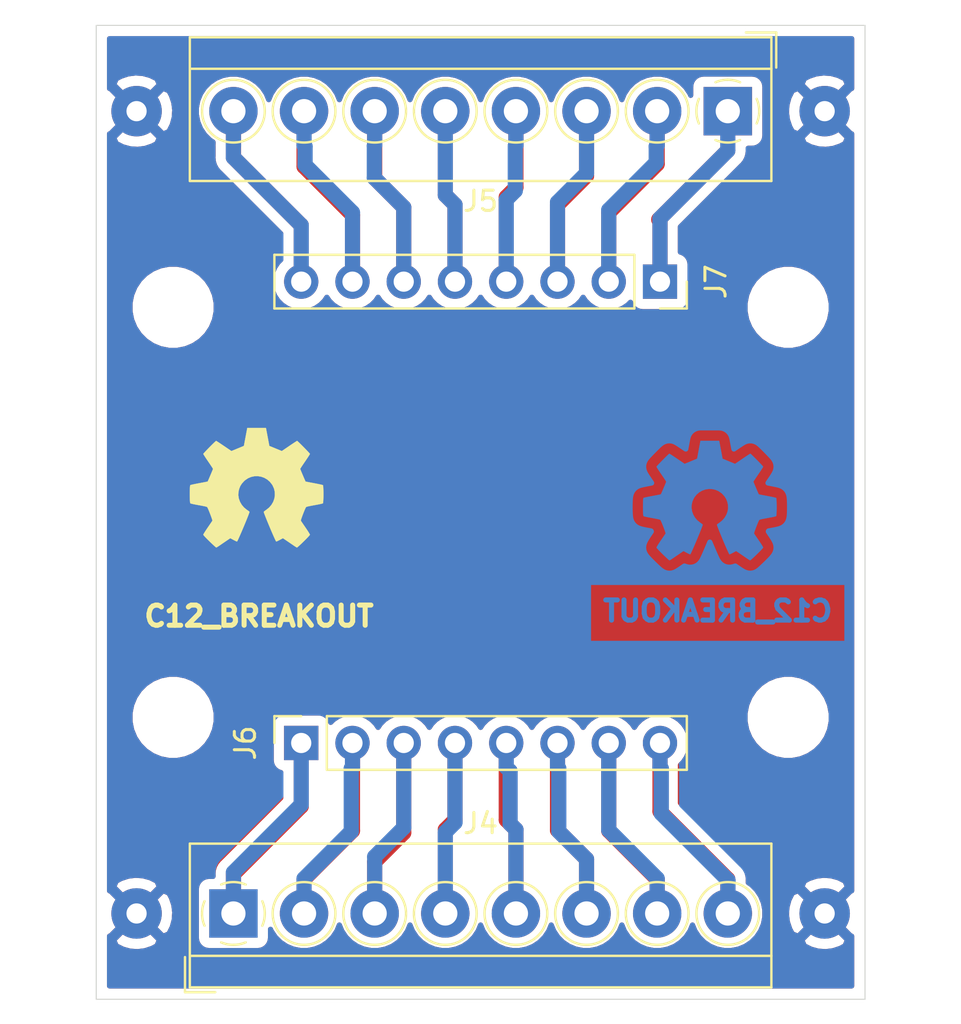
<source format=kicad_pcb>
(kicad_pcb (version 20171130) (host pcbnew 5.1.5+dfsg1-2build2)

  (general
    (thickness 1.6)
    (drawings 6)
    (tracks 116)
    (zones 0)
    (modules 14)
    (nets 18)
  )

  (page A4)
  (title_block
    (title "C12 Brekout")
    (company Galopago)
  )

  (layers
    (0 F.Cu signal)
    (31 B.Cu signal)
    (32 B.Adhes user)
    (33 F.Adhes user)
    (34 B.Paste user)
    (35 F.Paste user)
    (36 B.SilkS user)
    (37 F.SilkS user)
    (38 B.Mask user)
    (39 F.Mask user)
    (40 Dwgs.User user)
    (41 Cmts.User user)
    (42 Eco1.User user)
    (43 Eco2.User user)
    (44 Edge.Cuts user)
    (45 Margin user)
    (46 B.CrtYd user)
    (47 F.CrtYd user)
    (48 B.Fab user)
    (49 F.Fab user)
  )

  (setup
    (last_trace_width 0.75)
    (trace_clearance 0.2)
    (zone_clearance 0.508)
    (zone_45_only no)
    (trace_min 0.2)
    (via_size 0.8)
    (via_drill 0.4)
    (via_min_size 0.4)
    (via_min_drill 0.3)
    (uvia_size 0.3)
    (uvia_drill 0.1)
    (uvias_allowed no)
    (uvia_min_size 0.2)
    (uvia_min_drill 0.1)
    (edge_width 0.05)
    (segment_width 0.2)
    (pcb_text_width 0.3)
    (pcb_text_size 1.5 1.5)
    (mod_edge_width 0.12)
    (mod_text_size 1 1)
    (mod_text_width 0.15)
    (pad_size 3 3)
    (pad_drill 3)
    (pad_to_mask_clearance 0.051)
    (solder_mask_min_width 0.25)
    (aux_axis_origin 0 0)
    (visible_elements FFFFFF7F)
    (pcbplotparams
      (layerselection 0x010f0_ffffffff)
      (usegerberextensions false)
      (usegerberattributes false)
      (usegerberadvancedattributes false)
      (creategerberjobfile false)
      (excludeedgelayer true)
      (linewidth 0.100000)
      (plotframeref false)
      (viasonmask false)
      (mode 1)
      (useauxorigin false)
      (hpglpennumber 1)
      (hpglpenspeed 20)
      (hpglpendiameter 15.000000)
      (psnegative false)
      (psa4output false)
      (plotreference true)
      (plotvalue true)
      (plotinvisibletext false)
      (padsonsilk false)
      (subtractmaskfromsilk false)
      (outputformat 1)
      (mirror false)
      (drillshape 0)
      (scaleselection 1)
      (outputdirectory "gerber/single/"))
  )

  (net 0 "")
  (net 1 "Net-(J0-Pad1)")
  (net 2 "Net-(J4-Pad8)")
  (net 3 "Net-(J4-Pad7)")
  (net 4 "Net-(J4-Pad6)")
  (net 5 "Net-(J4-Pad5)")
  (net 6 "Net-(J4-Pad4)")
  (net 7 "Net-(J4-Pad3)")
  (net 8 "Net-(J4-Pad2)")
  (net 9 "Net-(J4-Pad1)")
  (net 10 "Net-(J5-Pad8)")
  (net 11 "Net-(J5-Pad7)")
  (net 12 "Net-(J5-Pad6)")
  (net 13 "Net-(J5-Pad5)")
  (net 14 "Net-(J5-Pad4)")
  (net 15 "Net-(J5-Pad3)")
  (net 16 "Net-(J5-Pad2)")
  (net 17 "Net-(J5-Pad1)")

  (net_class Default "This is the default net class."
    (clearance 0.2)
    (trace_width 0.75)
    (via_dia 0.8)
    (via_drill 0.4)
    (uvia_dia 0.3)
    (uvia_drill 0.1)
    (add_net "Net-(J0-Pad1)")
    (add_net "Net-(J4-Pad1)")
    (add_net "Net-(J4-Pad2)")
    (add_net "Net-(J4-Pad3)")
    (add_net "Net-(J4-Pad4)")
    (add_net "Net-(J4-Pad5)")
    (add_net "Net-(J4-Pad6)")
    (add_net "Net-(J4-Pad7)")
    (add_net "Net-(J4-Pad8)")
    (add_net "Net-(J5-Pad1)")
    (add_net "Net-(J5-Pad2)")
    (add_net "Net-(J5-Pad3)")
    (add_net "Net-(J5-Pad4)")
    (add_net "Net-(J5-Pad5)")
    (add_net "Net-(J5-Pad6)")
    (add_net "Net-(J5-Pad7)")
    (add_net "Net-(J5-Pad8)")
  )

  (module Symbol:OSHW-Symbol_6.7x6mm_Copper (layer B.Cu) (tedit 0) (tstamp 60C39377)
    (at 50.419 43.561 180)
    (descr "Open Source Hardware Symbol")
    (tags "Logo Symbol OSHW")
    (attr virtual)
    (fp_text reference REF** (at 0 0) (layer B.SilkS) hide
      (effects (font (size 1 1) (thickness 0.15)) (justify mirror))
    )
    (fp_text value OSHW-Symbol_6.7x6mm_Copper (at 0.75 0) (layer B.Fab) hide
      (effects (font (size 1 1) (thickness 0.15)) (justify mirror))
    )
    (fp_poly (pts (xy 0.555814 2.531069) (xy 0.639635 2.086445) (xy 0.94892 1.958947) (xy 1.258206 1.831449)
      (xy 1.629246 2.083754) (xy 1.733157 2.154004) (xy 1.827087 2.216728) (xy 1.906652 2.269062)
      (xy 1.96747 2.308143) (xy 2.005157 2.331107) (xy 2.015421 2.336058) (xy 2.03391 2.323324)
      (xy 2.07342 2.288118) (xy 2.129522 2.234938) (xy 2.197787 2.168282) (xy 2.273786 2.092646)
      (xy 2.353092 2.012528) (xy 2.431275 1.932426) (xy 2.503907 1.856836) (xy 2.566559 1.790255)
      (xy 2.614803 1.737182) (xy 2.64421 1.702113) (xy 2.651241 1.690377) (xy 2.641123 1.66874)
      (xy 2.612759 1.621338) (xy 2.569129 1.552807) (xy 2.513218 1.467785) (xy 2.448006 1.370907)
      (xy 2.410219 1.31565) (xy 2.341343 1.214752) (xy 2.28014 1.123701) (xy 2.229578 1.04703)
      (xy 2.192628 0.989272) (xy 2.172258 0.954957) (xy 2.169197 0.947746) (xy 2.176136 0.927252)
      (xy 2.195051 0.879487) (xy 2.223087 0.811168) (xy 2.257391 0.729011) (xy 2.295109 0.63973)
      (xy 2.333387 0.550042) (xy 2.36937 0.466662) (xy 2.400206 0.396306) (xy 2.423039 0.34569)
      (xy 2.435017 0.321529) (xy 2.435724 0.320578) (xy 2.454531 0.315964) (xy 2.504618 0.305672)
      (xy 2.580793 0.290713) (xy 2.677865 0.272099) (xy 2.790643 0.250841) (xy 2.856442 0.238582)
      (xy 2.97695 0.215638) (xy 3.085797 0.193805) (xy 3.177476 0.174278) (xy 3.246481 0.158252)
      (xy 3.287304 0.146921) (xy 3.295511 0.143326) (xy 3.303548 0.118994) (xy 3.310033 0.064041)
      (xy 3.31497 -0.015108) (xy 3.318364 -0.112026) (xy 3.320218 -0.220287) (xy 3.320538 -0.333465)
      (xy 3.319327 -0.445135) (xy 3.31659 -0.548868) (xy 3.312331 -0.638241) (xy 3.306555 -0.706826)
      (xy 3.299267 -0.748197) (xy 3.294895 -0.75681) (xy 3.268764 -0.767133) (xy 3.213393 -0.781892)
      (xy 3.136107 -0.799352) (xy 3.04423 -0.81778) (xy 3.012158 -0.823741) (xy 2.857524 -0.852066)
      (xy 2.735375 -0.874876) (xy 2.641673 -0.89308) (xy 2.572384 -0.907583) (xy 2.523471 -0.919292)
      (xy 2.490897 -0.929115) (xy 2.470628 -0.937956) (xy 2.458626 -0.946724) (xy 2.456947 -0.948457)
      (xy 2.440184 -0.976371) (xy 2.414614 -1.030695) (xy 2.382788 -1.104777) (xy 2.34726 -1.191965)
      (xy 2.310583 -1.285608) (xy 2.275311 -1.379052) (xy 2.243996 -1.465647) (xy 2.219193 -1.53874)
      (xy 2.203454 -1.591678) (xy 2.199332 -1.617811) (xy 2.199676 -1.618726) (xy 2.213641 -1.640086)
      (xy 2.245322 -1.687084) (xy 2.291391 -1.754827) (xy 2.348518 -1.838423) (xy 2.413373 -1.932982)
      (xy 2.431843 -1.959854) (xy 2.497699 -2.057275) (xy 2.55565 -2.146163) (xy 2.602538 -2.221412)
      (xy 2.635207 -2.27792) (xy 2.6505 -2.310581) (xy 2.651241 -2.314593) (xy 2.638392 -2.335684)
      (xy 2.602888 -2.377464) (xy 2.549293 -2.435445) (xy 2.482171 -2.505135) (xy 2.406087 -2.582045)
      (xy 2.325604 -2.661683) (xy 2.245287 -2.739561) (xy 2.169699 -2.811186) (xy 2.103405 -2.87207)
      (xy 2.050969 -2.917721) (xy 2.016955 -2.94365) (xy 2.007545 -2.947883) (xy 1.985643 -2.937912)
      (xy 1.9408 -2.91102) (xy 1.880321 -2.871736) (xy 1.833789 -2.840117) (xy 1.749475 -2.782098)
      (xy 1.649626 -2.713784) (xy 1.549473 -2.645579) (xy 1.495627 -2.609075) (xy 1.313371 -2.4858)
      (xy 1.160381 -2.56852) (xy 1.090682 -2.604759) (xy 1.031414 -2.632926) (xy 0.991311 -2.648991)
      (xy 0.981103 -2.651226) (xy 0.968829 -2.634722) (xy 0.944613 -2.588082) (xy 0.910263 -2.515609)
      (xy 0.867588 -2.421606) (xy 0.818394 -2.310374) (xy 0.76449 -2.186215) (xy 0.707684 -2.053432)
      (xy 0.649782 -1.916327) (xy 0.592593 -1.779202) (xy 0.537924 -1.646358) (xy 0.487584 -1.522098)
      (xy 0.44338 -1.410725) (xy 0.407119 -1.316539) (xy 0.380609 -1.243844) (xy 0.365658 -1.196941)
      (xy 0.363254 -1.180833) (xy 0.382311 -1.160286) (xy 0.424036 -1.126933) (xy 0.479706 -1.087702)
      (xy 0.484378 -1.084599) (xy 0.628264 -0.969423) (xy 0.744283 -0.835053) (xy 0.83143 -0.685784)
      (xy 0.888699 -0.525913) (xy 0.915086 -0.359737) (xy 0.909585 -0.191552) (xy 0.87119 -0.025655)
      (xy 0.798895 0.133658) (xy 0.777626 0.168513) (xy 0.666996 0.309263) (xy 0.536302 0.422286)
      (xy 0.390064 0.506997) (xy 0.232808 0.562806) (xy 0.069057 0.589126) (xy -0.096667 0.58537)
      (xy -0.259838 0.55095) (xy -0.415935 0.485277) (xy -0.560433 0.387765) (xy -0.605131 0.348187)
      (xy -0.718888 0.224297) (xy -0.801782 0.093876) (xy -0.858644 -0.052315) (xy -0.890313 -0.197088)
      (xy -0.898131 -0.35986) (xy -0.872062 -0.52344) (xy -0.814755 -0.682298) (xy -0.728856 -0.830906)
      (xy -0.617014 -0.963735) (xy -0.481877 -1.075256) (xy -0.464117 -1.087011) (xy -0.40785 -1.125508)
      (xy -0.365077 -1.158863) (xy -0.344628 -1.18016) (xy -0.344331 -1.180833) (xy -0.348721 -1.203871)
      (xy -0.366124 -1.256157) (xy -0.394732 -1.33339) (xy -0.432735 -1.431268) (xy -0.478326 -1.545491)
      (xy -0.529697 -1.671758) (xy -0.585038 -1.805767) (xy -0.642542 -1.943218) (xy -0.700399 -2.079808)
      (xy -0.756802 -2.211237) (xy -0.809942 -2.333205) (xy -0.85801 -2.441409) (xy -0.899199 -2.531549)
      (xy -0.931699 -2.599323) (xy -0.953703 -2.64043) (xy -0.962564 -2.651226) (xy -0.98964 -2.642819)
      (xy -1.040303 -2.620272) (xy -1.105817 -2.587613) (xy -1.141841 -2.56852) (xy -1.294832 -2.4858)
      (xy -1.477088 -2.609075) (xy -1.570125 -2.672228) (xy -1.671985 -2.741727) (xy -1.767438 -2.807165)
      (xy -1.81525 -2.840117) (xy -1.882495 -2.885273) (xy -1.939436 -2.921057) (xy -1.978646 -2.942938)
      (xy -1.991381 -2.947563) (xy -2.009917 -2.935085) (xy -2.050941 -2.900252) (xy -2.110475 -2.846678)
      (xy -2.184542 -2.777983) (xy -2.269165 -2.697781) (xy -2.322685 -2.646286) (xy -2.416319 -2.554286)
      (xy -2.497241 -2.471999) (xy -2.562177 -2.402945) (xy -2.607858 -2.350644) (xy -2.631011 -2.318616)
      (xy -2.633232 -2.312116) (xy -2.622924 -2.287394) (xy -2.594439 -2.237405) (xy -2.550937 -2.167212)
      (xy -2.495577 -2.081875) (xy -2.43152 -1.986456) (xy -2.413303 -1.959854) (xy -2.346927 -1.863167)
      (xy -2.287378 -1.776117) (xy -2.237984 -1.703595) (xy -2.202075 -1.650493) (xy -2.182981 -1.621703)
      (xy -2.181136 -1.618726) (xy -2.183895 -1.595782) (xy -2.198538 -1.545336) (xy -2.222513 -1.474041)
      (xy -2.253266 -1.388547) (xy -2.288244 -1.295507) (xy -2.324893 -1.201574) (xy -2.360661 -1.113399)
      (xy -2.392994 -1.037634) (xy -2.419338 -0.980931) (xy -2.437142 -0.949943) (xy -2.438407 -0.948457)
      (xy -2.449294 -0.939601) (xy -2.467682 -0.930843) (xy -2.497606 -0.921277) (xy -2.543103 -0.909996)
      (xy -2.608209 -0.896093) (xy -2.696961 -0.878663) (xy -2.813393 -0.856798) (xy -2.961542 -0.829591)
      (xy -2.993618 -0.823741) (xy -3.088686 -0.805374) (xy -3.171565 -0.787405) (xy -3.23493 -0.771569)
      (xy -3.271458 -0.7596) (xy -3.276356 -0.75681) (xy -3.284427 -0.732072) (xy -3.290987 -0.67679)
      (xy -3.296033 -0.597389) (xy -3.299559 -0.500296) (xy -3.301561 -0.391938) (xy -3.302036 -0.27874)
      (xy -3.300977 -0.167128) (xy -3.298382 -0.063529) (xy -3.294246 0.025632) (xy -3.288563 0.093928)
      (xy -3.281331 0.134934) (xy -3.276971 0.143326) (xy -3.252698 0.151792) (xy -3.197426 0.165565)
      (xy -3.116662 0.18345) (xy -3.015912 0.204252) (xy -2.900683 0.226777) (xy -2.837902 0.238582)
      (xy -2.718787 0.260849) (xy -2.612565 0.281021) (xy -2.524427 0.298085) (xy -2.459566 0.311031)
      (xy -2.423174 0.318845) (xy -2.417184 0.320578) (xy -2.407061 0.34011) (xy -2.385662 0.387157)
      (xy -2.355839 0.454997) (xy -2.320445 0.536909) (xy -2.282332 0.626172) (xy -2.244353 0.716065)
      (xy -2.20936 0.799865) (xy -2.180206 0.870853) (xy -2.159743 0.922306) (xy -2.150823 0.947503)
      (xy -2.150657 0.948604) (xy -2.160769 0.968481) (xy -2.189117 1.014223) (xy -2.232723 1.081283)
      (xy -2.288606 1.165116) (xy -2.353787 1.261174) (xy -2.391679 1.31635) (xy -2.460725 1.417519)
      (xy -2.52205 1.50937) (xy -2.572663 1.587256) (xy -2.609571 1.646531) (xy -2.629782 1.682549)
      (xy -2.632701 1.690623) (xy -2.620153 1.709416) (xy -2.585463 1.749543) (xy -2.533063 1.806507)
      (xy -2.467384 1.875815) (xy -2.392856 1.952969) (xy -2.313913 2.033475) (xy -2.234983 2.112837)
      (xy -2.1605 2.18656) (xy -2.094894 2.250148) (xy -2.042596 2.299106) (xy -2.008039 2.328939)
      (xy -1.996478 2.336058) (xy -1.977654 2.326047) (xy -1.932631 2.297922) (xy -1.865787 2.254546)
      (xy -1.781499 2.198782) (xy -1.684144 2.133494) (xy -1.610707 2.083754) (xy -1.239667 1.831449)
      (xy -0.621095 2.086445) (xy -0.537275 2.531069) (xy -0.453454 2.975693) (xy 0.471994 2.975693)
      (xy 0.555814 2.531069)) (layer B.Cu) (width 0.01))
  )

  (module Symbol:OSHW-Symbol_6.7x6mm_SilkScreen (layer F.Cu) (tedit 0) (tstamp 60C38ED0)
    (at 27.94 42.926)
    (descr "Open Source Hardware Symbol")
    (tags "Logo Symbol OSHW")
    (attr virtual)
    (fp_text reference REF** (at 0 0) (layer F.SilkS) hide
      (effects (font (size 1 1) (thickness 0.15)))
    )
    (fp_text value OSHW-Symbol_6.7x6mm_SilkScreen (at 0.75 0) (layer F.Fab) hide
      (effects (font (size 1 1) (thickness 0.15)))
    )
    (fp_poly (pts (xy 0.555814 -2.531069) (xy 0.639635 -2.086445) (xy 0.94892 -1.958947) (xy 1.258206 -1.831449)
      (xy 1.629246 -2.083754) (xy 1.733157 -2.154004) (xy 1.827087 -2.216728) (xy 1.906652 -2.269062)
      (xy 1.96747 -2.308143) (xy 2.005157 -2.331107) (xy 2.015421 -2.336058) (xy 2.03391 -2.323324)
      (xy 2.07342 -2.288118) (xy 2.129522 -2.234938) (xy 2.197787 -2.168282) (xy 2.273786 -2.092646)
      (xy 2.353092 -2.012528) (xy 2.431275 -1.932426) (xy 2.503907 -1.856836) (xy 2.566559 -1.790255)
      (xy 2.614803 -1.737182) (xy 2.64421 -1.702113) (xy 2.651241 -1.690377) (xy 2.641123 -1.66874)
      (xy 2.612759 -1.621338) (xy 2.569129 -1.552807) (xy 2.513218 -1.467785) (xy 2.448006 -1.370907)
      (xy 2.410219 -1.31565) (xy 2.341343 -1.214752) (xy 2.28014 -1.123701) (xy 2.229578 -1.04703)
      (xy 2.192628 -0.989272) (xy 2.172258 -0.954957) (xy 2.169197 -0.947746) (xy 2.176136 -0.927252)
      (xy 2.195051 -0.879487) (xy 2.223087 -0.811168) (xy 2.257391 -0.729011) (xy 2.295109 -0.63973)
      (xy 2.333387 -0.550042) (xy 2.36937 -0.466662) (xy 2.400206 -0.396306) (xy 2.423039 -0.34569)
      (xy 2.435017 -0.321529) (xy 2.435724 -0.320578) (xy 2.454531 -0.315964) (xy 2.504618 -0.305672)
      (xy 2.580793 -0.290713) (xy 2.677865 -0.272099) (xy 2.790643 -0.250841) (xy 2.856442 -0.238582)
      (xy 2.97695 -0.215638) (xy 3.085797 -0.193805) (xy 3.177476 -0.174278) (xy 3.246481 -0.158252)
      (xy 3.287304 -0.146921) (xy 3.295511 -0.143326) (xy 3.303548 -0.118994) (xy 3.310033 -0.064041)
      (xy 3.31497 0.015108) (xy 3.318364 0.112026) (xy 3.320218 0.220287) (xy 3.320538 0.333465)
      (xy 3.319327 0.445135) (xy 3.31659 0.548868) (xy 3.312331 0.638241) (xy 3.306555 0.706826)
      (xy 3.299267 0.748197) (xy 3.294895 0.75681) (xy 3.268764 0.767133) (xy 3.213393 0.781892)
      (xy 3.136107 0.799352) (xy 3.04423 0.81778) (xy 3.012158 0.823741) (xy 2.857524 0.852066)
      (xy 2.735375 0.874876) (xy 2.641673 0.89308) (xy 2.572384 0.907583) (xy 2.523471 0.919292)
      (xy 2.490897 0.929115) (xy 2.470628 0.937956) (xy 2.458626 0.946724) (xy 2.456947 0.948457)
      (xy 2.440184 0.976371) (xy 2.414614 1.030695) (xy 2.382788 1.104777) (xy 2.34726 1.191965)
      (xy 2.310583 1.285608) (xy 2.275311 1.379052) (xy 2.243996 1.465647) (xy 2.219193 1.53874)
      (xy 2.203454 1.591678) (xy 2.199332 1.617811) (xy 2.199676 1.618726) (xy 2.213641 1.640086)
      (xy 2.245322 1.687084) (xy 2.291391 1.754827) (xy 2.348518 1.838423) (xy 2.413373 1.932982)
      (xy 2.431843 1.959854) (xy 2.497699 2.057275) (xy 2.55565 2.146163) (xy 2.602538 2.221412)
      (xy 2.635207 2.27792) (xy 2.6505 2.310581) (xy 2.651241 2.314593) (xy 2.638392 2.335684)
      (xy 2.602888 2.377464) (xy 2.549293 2.435445) (xy 2.482171 2.505135) (xy 2.406087 2.582045)
      (xy 2.325604 2.661683) (xy 2.245287 2.739561) (xy 2.169699 2.811186) (xy 2.103405 2.87207)
      (xy 2.050969 2.917721) (xy 2.016955 2.94365) (xy 2.007545 2.947883) (xy 1.985643 2.937912)
      (xy 1.9408 2.91102) (xy 1.880321 2.871736) (xy 1.833789 2.840117) (xy 1.749475 2.782098)
      (xy 1.649626 2.713784) (xy 1.549473 2.645579) (xy 1.495627 2.609075) (xy 1.313371 2.4858)
      (xy 1.160381 2.56852) (xy 1.090682 2.604759) (xy 1.031414 2.632926) (xy 0.991311 2.648991)
      (xy 0.981103 2.651226) (xy 0.968829 2.634722) (xy 0.944613 2.588082) (xy 0.910263 2.515609)
      (xy 0.867588 2.421606) (xy 0.818394 2.310374) (xy 0.76449 2.186215) (xy 0.707684 2.053432)
      (xy 0.649782 1.916327) (xy 0.592593 1.779202) (xy 0.537924 1.646358) (xy 0.487584 1.522098)
      (xy 0.44338 1.410725) (xy 0.407119 1.316539) (xy 0.380609 1.243844) (xy 0.365658 1.196941)
      (xy 0.363254 1.180833) (xy 0.382311 1.160286) (xy 0.424036 1.126933) (xy 0.479706 1.087702)
      (xy 0.484378 1.084599) (xy 0.628264 0.969423) (xy 0.744283 0.835053) (xy 0.83143 0.685784)
      (xy 0.888699 0.525913) (xy 0.915086 0.359737) (xy 0.909585 0.191552) (xy 0.87119 0.025655)
      (xy 0.798895 -0.133658) (xy 0.777626 -0.168513) (xy 0.666996 -0.309263) (xy 0.536302 -0.422286)
      (xy 0.390064 -0.506997) (xy 0.232808 -0.562806) (xy 0.069057 -0.589126) (xy -0.096667 -0.58537)
      (xy -0.259838 -0.55095) (xy -0.415935 -0.485277) (xy -0.560433 -0.387765) (xy -0.605131 -0.348187)
      (xy -0.718888 -0.224297) (xy -0.801782 -0.093876) (xy -0.858644 0.052315) (xy -0.890313 0.197088)
      (xy -0.898131 0.35986) (xy -0.872062 0.52344) (xy -0.814755 0.682298) (xy -0.728856 0.830906)
      (xy -0.617014 0.963735) (xy -0.481877 1.075256) (xy -0.464117 1.087011) (xy -0.40785 1.125508)
      (xy -0.365077 1.158863) (xy -0.344628 1.18016) (xy -0.344331 1.180833) (xy -0.348721 1.203871)
      (xy -0.366124 1.256157) (xy -0.394732 1.33339) (xy -0.432735 1.431268) (xy -0.478326 1.545491)
      (xy -0.529697 1.671758) (xy -0.585038 1.805767) (xy -0.642542 1.943218) (xy -0.700399 2.079808)
      (xy -0.756802 2.211237) (xy -0.809942 2.333205) (xy -0.85801 2.441409) (xy -0.899199 2.531549)
      (xy -0.931699 2.599323) (xy -0.953703 2.64043) (xy -0.962564 2.651226) (xy -0.98964 2.642819)
      (xy -1.040303 2.620272) (xy -1.105817 2.587613) (xy -1.141841 2.56852) (xy -1.294832 2.4858)
      (xy -1.477088 2.609075) (xy -1.570125 2.672228) (xy -1.671985 2.741727) (xy -1.767438 2.807165)
      (xy -1.81525 2.840117) (xy -1.882495 2.885273) (xy -1.939436 2.921057) (xy -1.978646 2.942938)
      (xy -1.991381 2.947563) (xy -2.009917 2.935085) (xy -2.050941 2.900252) (xy -2.110475 2.846678)
      (xy -2.184542 2.777983) (xy -2.269165 2.697781) (xy -2.322685 2.646286) (xy -2.416319 2.554286)
      (xy -2.497241 2.471999) (xy -2.562177 2.402945) (xy -2.607858 2.350644) (xy -2.631011 2.318616)
      (xy -2.633232 2.312116) (xy -2.622924 2.287394) (xy -2.594439 2.237405) (xy -2.550937 2.167212)
      (xy -2.495577 2.081875) (xy -2.43152 1.986456) (xy -2.413303 1.959854) (xy -2.346927 1.863167)
      (xy -2.287378 1.776117) (xy -2.237984 1.703595) (xy -2.202075 1.650493) (xy -2.182981 1.621703)
      (xy -2.181136 1.618726) (xy -2.183895 1.595782) (xy -2.198538 1.545336) (xy -2.222513 1.474041)
      (xy -2.253266 1.388547) (xy -2.288244 1.295507) (xy -2.324893 1.201574) (xy -2.360661 1.113399)
      (xy -2.392994 1.037634) (xy -2.419338 0.980931) (xy -2.437142 0.949943) (xy -2.438407 0.948457)
      (xy -2.449294 0.939601) (xy -2.467682 0.930843) (xy -2.497606 0.921277) (xy -2.543103 0.909996)
      (xy -2.608209 0.896093) (xy -2.696961 0.878663) (xy -2.813393 0.856798) (xy -2.961542 0.829591)
      (xy -2.993618 0.823741) (xy -3.088686 0.805374) (xy -3.171565 0.787405) (xy -3.23493 0.771569)
      (xy -3.271458 0.7596) (xy -3.276356 0.75681) (xy -3.284427 0.732072) (xy -3.290987 0.67679)
      (xy -3.296033 0.597389) (xy -3.299559 0.500296) (xy -3.301561 0.391938) (xy -3.302036 0.27874)
      (xy -3.300977 0.167128) (xy -3.298382 0.063529) (xy -3.294246 -0.025632) (xy -3.288563 -0.093928)
      (xy -3.281331 -0.134934) (xy -3.276971 -0.143326) (xy -3.252698 -0.151792) (xy -3.197426 -0.165565)
      (xy -3.116662 -0.18345) (xy -3.015912 -0.204252) (xy -2.900683 -0.226777) (xy -2.837902 -0.238582)
      (xy -2.718787 -0.260849) (xy -2.612565 -0.281021) (xy -2.524427 -0.298085) (xy -2.459566 -0.311031)
      (xy -2.423174 -0.318845) (xy -2.417184 -0.320578) (xy -2.407061 -0.34011) (xy -2.385662 -0.387157)
      (xy -2.355839 -0.454997) (xy -2.320445 -0.536909) (xy -2.282332 -0.626172) (xy -2.244353 -0.716065)
      (xy -2.20936 -0.799865) (xy -2.180206 -0.870853) (xy -2.159743 -0.922306) (xy -2.150823 -0.947503)
      (xy -2.150657 -0.948604) (xy -2.160769 -0.968481) (xy -2.189117 -1.014223) (xy -2.232723 -1.081283)
      (xy -2.288606 -1.165116) (xy -2.353787 -1.261174) (xy -2.391679 -1.31635) (xy -2.460725 -1.417519)
      (xy -2.52205 -1.50937) (xy -2.572663 -1.587256) (xy -2.609571 -1.646531) (xy -2.629782 -1.682549)
      (xy -2.632701 -1.690623) (xy -2.620153 -1.709416) (xy -2.585463 -1.749543) (xy -2.533063 -1.806507)
      (xy -2.467384 -1.875815) (xy -2.392856 -1.952969) (xy -2.313913 -2.033475) (xy -2.234983 -2.112837)
      (xy -2.1605 -2.18656) (xy -2.094894 -2.250148) (xy -2.042596 -2.299106) (xy -2.008039 -2.328939)
      (xy -1.996478 -2.336058) (xy -1.977654 -2.326047) (xy -1.932631 -2.297922) (xy -1.865787 -2.254546)
      (xy -1.781499 -2.198782) (xy -1.684144 -2.133494) (xy -1.610707 -2.083754) (xy -1.239667 -1.831449)
      (xy -0.621095 -2.086445) (xy -0.537275 -2.531069) (xy -0.453454 -2.975693) (xy 0.471994 -2.975693)
      (xy 0.555814 -2.531069)) (layer F.SilkS) (width 0.01))
  )

  (module Connector_PinSocket_2.54mm:PinSocket_1x08_P2.54mm_Vertical (layer F.Cu) (tedit 5A19A420) (tstamp 60C3050D)
    (at 47.94 32.7 270)
    (descr "Through hole straight socket strip, 1x08, 2.54mm pitch, single row (from Kicad 4.0.7), script generated")
    (tags "Through hole socket strip THT 1x08 2.54mm single row")
    (path /60C5BF2B)
    (fp_text reference J7 (at 0 -2.77 90) (layer F.SilkS)
      (effects (font (size 1 1) (thickness 0.15)))
    )
    (fp_text value Conn_01x08_Female (at 0 20.55 90) (layer F.Fab)
      (effects (font (size 1 1) (thickness 0.15)))
    )
    (fp_text user %R (at 0 8.89) (layer F.Fab)
      (effects (font (size 1 1) (thickness 0.15)))
    )
    (fp_line (start -1.8 19.55) (end -1.8 -1.8) (layer F.CrtYd) (width 0.05))
    (fp_line (start 1.75 19.55) (end -1.8 19.55) (layer F.CrtYd) (width 0.05))
    (fp_line (start 1.75 -1.8) (end 1.75 19.55) (layer F.CrtYd) (width 0.05))
    (fp_line (start -1.8 -1.8) (end 1.75 -1.8) (layer F.CrtYd) (width 0.05))
    (fp_line (start 0 -1.33) (end 1.33 -1.33) (layer F.SilkS) (width 0.12))
    (fp_line (start 1.33 -1.33) (end 1.33 0) (layer F.SilkS) (width 0.12))
    (fp_line (start 1.33 1.27) (end 1.33 19.11) (layer F.SilkS) (width 0.12))
    (fp_line (start -1.33 19.11) (end 1.33 19.11) (layer F.SilkS) (width 0.12))
    (fp_line (start -1.33 1.27) (end -1.33 19.11) (layer F.SilkS) (width 0.12))
    (fp_line (start -1.33 1.27) (end 1.33 1.27) (layer F.SilkS) (width 0.12))
    (fp_line (start -1.27 19.05) (end -1.27 -1.27) (layer F.Fab) (width 0.1))
    (fp_line (start 1.27 19.05) (end -1.27 19.05) (layer F.Fab) (width 0.1))
    (fp_line (start 1.27 -0.635) (end 1.27 19.05) (layer F.Fab) (width 0.1))
    (fp_line (start 0.635 -1.27) (end 1.27 -0.635) (layer F.Fab) (width 0.1))
    (fp_line (start -1.27 -1.27) (end 0.635 -1.27) (layer F.Fab) (width 0.1))
    (pad 8 thru_hole oval (at 0 17.78 270) (size 1.7 1.7) (drill 1) (layers *.Cu *.Mask)
      (net 10 "Net-(J5-Pad8)"))
    (pad 7 thru_hole oval (at 0 15.24 270) (size 1.7 1.7) (drill 1) (layers *.Cu *.Mask)
      (net 11 "Net-(J5-Pad7)"))
    (pad 6 thru_hole oval (at 0 12.7 270) (size 1.7 1.7) (drill 1) (layers *.Cu *.Mask)
      (net 12 "Net-(J5-Pad6)"))
    (pad 5 thru_hole oval (at 0 10.16 270) (size 1.7 1.7) (drill 1) (layers *.Cu *.Mask)
      (net 13 "Net-(J5-Pad5)"))
    (pad 4 thru_hole oval (at 0 7.62 270) (size 1.7 1.7) (drill 1) (layers *.Cu *.Mask)
      (net 14 "Net-(J5-Pad4)"))
    (pad 3 thru_hole oval (at 0 5.08 270) (size 1.7 1.7) (drill 1) (layers *.Cu *.Mask)
      (net 15 "Net-(J5-Pad3)"))
    (pad 2 thru_hole oval (at 0 2.54 270) (size 1.7 1.7) (drill 1) (layers *.Cu *.Mask)
      (net 16 "Net-(J5-Pad2)"))
    (pad 1 thru_hole rect (at 0 0 270) (size 1.7 1.7) (drill 1) (layers *.Cu *.Mask)
      (net 17 "Net-(J5-Pad1)"))
    (model ${KISYS3DMOD}/Connector_PinSocket_2.54mm.3dshapes/PinSocket_1x08_P2.54mm_Vertical.wrl
      (at (xyz 0 0 0))
      (scale (xyz 1 1 1))
      (rotate (xyz 0 0 0))
    )
  )

  (module Connector_PinSocket_2.54mm:PinSocket_1x08_P2.54mm_Vertical (layer F.Cu) (tedit 5A19A420) (tstamp 60C304F1)
    (at 30.16 55.56 90)
    (descr "Through hole straight socket strip, 1x08, 2.54mm pitch, single row (from Kicad 4.0.7), script generated")
    (tags "Through hole socket strip THT 1x08 2.54mm single row")
    (path /60C59EA2)
    (fp_text reference J6 (at 0 -2.77 90) (layer F.SilkS)
      (effects (font (size 1 1) (thickness 0.15)))
    )
    (fp_text value Conn_01x08_Female (at 0 20.55 90) (layer F.Fab)
      (effects (font (size 1 1) (thickness 0.15)))
    )
    (fp_text user %R (at 0 8.89) (layer F.Fab)
      (effects (font (size 1 1) (thickness 0.15)))
    )
    (fp_line (start -1.8 19.55) (end -1.8 -1.8) (layer F.CrtYd) (width 0.05))
    (fp_line (start 1.75 19.55) (end -1.8 19.55) (layer F.CrtYd) (width 0.05))
    (fp_line (start 1.75 -1.8) (end 1.75 19.55) (layer F.CrtYd) (width 0.05))
    (fp_line (start -1.8 -1.8) (end 1.75 -1.8) (layer F.CrtYd) (width 0.05))
    (fp_line (start 0 -1.33) (end 1.33 -1.33) (layer F.SilkS) (width 0.12))
    (fp_line (start 1.33 -1.33) (end 1.33 0) (layer F.SilkS) (width 0.12))
    (fp_line (start 1.33 1.27) (end 1.33 19.11) (layer F.SilkS) (width 0.12))
    (fp_line (start -1.33 19.11) (end 1.33 19.11) (layer F.SilkS) (width 0.12))
    (fp_line (start -1.33 1.27) (end -1.33 19.11) (layer F.SilkS) (width 0.12))
    (fp_line (start -1.33 1.27) (end 1.33 1.27) (layer F.SilkS) (width 0.12))
    (fp_line (start -1.27 19.05) (end -1.27 -1.27) (layer F.Fab) (width 0.1))
    (fp_line (start 1.27 19.05) (end -1.27 19.05) (layer F.Fab) (width 0.1))
    (fp_line (start 1.27 -0.635) (end 1.27 19.05) (layer F.Fab) (width 0.1))
    (fp_line (start 0.635 -1.27) (end 1.27 -0.635) (layer F.Fab) (width 0.1))
    (fp_line (start -1.27 -1.27) (end 0.635 -1.27) (layer F.Fab) (width 0.1))
    (pad 8 thru_hole oval (at 0 17.78 90) (size 1.7 1.7) (drill 1) (layers *.Cu *.Mask)
      (net 2 "Net-(J4-Pad8)"))
    (pad 7 thru_hole oval (at 0 15.24 90) (size 1.7 1.7) (drill 1) (layers *.Cu *.Mask)
      (net 3 "Net-(J4-Pad7)"))
    (pad 6 thru_hole oval (at 0 12.7 90) (size 1.7 1.7) (drill 1) (layers *.Cu *.Mask)
      (net 4 "Net-(J4-Pad6)"))
    (pad 5 thru_hole oval (at 0 10.16 90) (size 1.7 1.7) (drill 1) (layers *.Cu *.Mask)
      (net 5 "Net-(J4-Pad5)"))
    (pad 4 thru_hole oval (at 0 7.62 90) (size 1.7 1.7) (drill 1) (layers *.Cu *.Mask)
      (net 6 "Net-(J4-Pad4)"))
    (pad 3 thru_hole oval (at 0 5.08 90) (size 1.7 1.7) (drill 1) (layers *.Cu *.Mask)
      (net 7 "Net-(J4-Pad3)"))
    (pad 2 thru_hole oval (at 0 2.54 90) (size 1.7 1.7) (drill 1) (layers *.Cu *.Mask)
      (net 8 "Net-(J4-Pad2)"))
    (pad 1 thru_hole rect (at 0 0 90) (size 1.7 1.7) (drill 1) (layers *.Cu *.Mask)
      (net 9 "Net-(J4-Pad1)"))
    (model ${KISYS3DMOD}/Connector_PinSocket_2.54mm.3dshapes/PinSocket_1x08_P2.54mm_Vertical.wrl
      (at (xyz 0 0 0))
      (scale (xyz 1 1 1))
      (rotate (xyz 0 0 0))
    )
  )

  (module TerminalBlock_4Ucon:TerminalBlock_4Ucon_1x08_P3.50mm_Horizontal (layer F.Cu) (tedit 5B294E94) (tstamp 60C2DE65)
    (at 51.3 24.252 180)
    (descr "Terminal Block 4Ucon ItemNo. 19965, 8 pins, pitch 3.5mm, size 28.7x7mm^2, drill diamater 1.2mm, pad diameter 2.4mm, see http://www.4uconnector.com/online/object/4udrawing/19965.pdf, script-generated using https://github.com/pointhi/kicad-footprint-generator/scripts/TerminalBlock_4Ucon")
    (tags "THT Terminal Block 4Ucon ItemNo. 19965 pitch 3.5mm size 28.7x7mm^2 drill 1.2mm pad 2.4mm")
    (path /60C35C3D)
    (fp_text reference J5 (at 12.25 -4.46) (layer F.SilkS)
      (effects (font (size 1 1) (thickness 0.15)))
    )
    (fp_text value Conn_01x08_Female (at 12.25 4.66) (layer F.Fab)
      (effects (font (size 1 1) (thickness 0.15)))
    )
    (fp_text user %R (at 12.25 2.9) (layer F.Fab)
      (effects (font (size 1 1) (thickness 0.15)))
    )
    (fp_line (start 27.1 -3.9) (end -2.6 -3.9) (layer F.CrtYd) (width 0.05))
    (fp_line (start 27.1 4.1) (end 27.1 -3.9) (layer F.CrtYd) (width 0.05))
    (fp_line (start -2.6 4.1) (end 27.1 4.1) (layer F.CrtYd) (width 0.05))
    (fp_line (start -2.6 -3.9) (end -2.6 4.1) (layer F.CrtYd) (width 0.05))
    (fp_line (start -2.4 3.9) (end -0.9 3.9) (layer F.SilkS) (width 0.12))
    (fp_line (start -2.4 2.16) (end -2.4 3.9) (layer F.SilkS) (width 0.12))
    (fp_line (start 23.4 0.069) (end 23.4 -0.069) (layer F.Fab) (width 0.1))
    (fp_line (start 24.431 0.069) (end 23.4 0.069) (layer F.Fab) (width 0.1))
    (fp_line (start 24.431 1.1) (end 24.431 0.069) (layer F.Fab) (width 0.1))
    (fp_line (start 24.569 1.1) (end 24.431 1.1) (layer F.Fab) (width 0.1))
    (fp_line (start 24.569 0.069) (end 24.569 1.1) (layer F.Fab) (width 0.1))
    (fp_line (start 25.6 0.069) (end 24.569 0.069) (layer F.Fab) (width 0.1))
    (fp_line (start 25.6 -0.069) (end 25.6 0.069) (layer F.Fab) (width 0.1))
    (fp_line (start 24.569 -0.069) (end 25.6 -0.069) (layer F.Fab) (width 0.1))
    (fp_line (start 24.569 -1.1) (end 24.569 -0.069) (layer F.Fab) (width 0.1))
    (fp_line (start 24.431 -1.1) (end 24.569 -1.1) (layer F.Fab) (width 0.1))
    (fp_line (start 24.431 -0.069) (end 24.431 -1.1) (layer F.Fab) (width 0.1))
    (fp_line (start 23.4 -0.069) (end 24.431 -0.069) (layer F.Fab) (width 0.1))
    (fp_line (start 19.9 0.069) (end 19.9 -0.069) (layer F.Fab) (width 0.1))
    (fp_line (start 20.931 0.069) (end 19.9 0.069) (layer F.Fab) (width 0.1))
    (fp_line (start 20.931 1.1) (end 20.931 0.069) (layer F.Fab) (width 0.1))
    (fp_line (start 21.069 1.1) (end 20.931 1.1) (layer F.Fab) (width 0.1))
    (fp_line (start 21.069 0.069) (end 21.069 1.1) (layer F.Fab) (width 0.1))
    (fp_line (start 22.1 0.069) (end 21.069 0.069) (layer F.Fab) (width 0.1))
    (fp_line (start 22.1 -0.069) (end 22.1 0.069) (layer F.Fab) (width 0.1))
    (fp_line (start 21.069 -0.069) (end 22.1 -0.069) (layer F.Fab) (width 0.1))
    (fp_line (start 21.069 -1.1) (end 21.069 -0.069) (layer F.Fab) (width 0.1))
    (fp_line (start 20.931 -1.1) (end 21.069 -1.1) (layer F.Fab) (width 0.1))
    (fp_line (start 20.931 -0.069) (end 20.931 -1.1) (layer F.Fab) (width 0.1))
    (fp_line (start 19.9 -0.069) (end 20.931 -0.069) (layer F.Fab) (width 0.1))
    (fp_line (start 16.4 0.069) (end 16.4 -0.069) (layer F.Fab) (width 0.1))
    (fp_line (start 17.431 0.069) (end 16.4 0.069) (layer F.Fab) (width 0.1))
    (fp_line (start 17.431 1.1) (end 17.431 0.069) (layer F.Fab) (width 0.1))
    (fp_line (start 17.569 1.1) (end 17.431 1.1) (layer F.Fab) (width 0.1))
    (fp_line (start 17.569 0.069) (end 17.569 1.1) (layer F.Fab) (width 0.1))
    (fp_line (start 18.6 0.069) (end 17.569 0.069) (layer F.Fab) (width 0.1))
    (fp_line (start 18.6 -0.069) (end 18.6 0.069) (layer F.Fab) (width 0.1))
    (fp_line (start 17.569 -0.069) (end 18.6 -0.069) (layer F.Fab) (width 0.1))
    (fp_line (start 17.569 -1.1) (end 17.569 -0.069) (layer F.Fab) (width 0.1))
    (fp_line (start 17.431 -1.1) (end 17.569 -1.1) (layer F.Fab) (width 0.1))
    (fp_line (start 17.431 -0.069) (end 17.431 -1.1) (layer F.Fab) (width 0.1))
    (fp_line (start 16.4 -0.069) (end 17.431 -0.069) (layer F.Fab) (width 0.1))
    (fp_line (start 12.9 0.069) (end 12.9 -0.069) (layer F.Fab) (width 0.1))
    (fp_line (start 13.931 0.069) (end 12.9 0.069) (layer F.Fab) (width 0.1))
    (fp_line (start 13.931 1.1) (end 13.931 0.069) (layer F.Fab) (width 0.1))
    (fp_line (start 14.069 1.1) (end 13.931 1.1) (layer F.Fab) (width 0.1))
    (fp_line (start 14.069 0.069) (end 14.069 1.1) (layer F.Fab) (width 0.1))
    (fp_line (start 15.1 0.069) (end 14.069 0.069) (layer F.Fab) (width 0.1))
    (fp_line (start 15.1 -0.069) (end 15.1 0.069) (layer F.Fab) (width 0.1))
    (fp_line (start 14.069 -0.069) (end 15.1 -0.069) (layer F.Fab) (width 0.1))
    (fp_line (start 14.069 -1.1) (end 14.069 -0.069) (layer F.Fab) (width 0.1))
    (fp_line (start 13.931 -1.1) (end 14.069 -1.1) (layer F.Fab) (width 0.1))
    (fp_line (start 13.931 -0.069) (end 13.931 -1.1) (layer F.Fab) (width 0.1))
    (fp_line (start 12.9 -0.069) (end 13.931 -0.069) (layer F.Fab) (width 0.1))
    (fp_line (start 9.4 0.069) (end 9.4 -0.069) (layer F.Fab) (width 0.1))
    (fp_line (start 10.431 0.069) (end 9.4 0.069) (layer F.Fab) (width 0.1))
    (fp_line (start 10.431 1.1) (end 10.431 0.069) (layer F.Fab) (width 0.1))
    (fp_line (start 10.569 1.1) (end 10.431 1.1) (layer F.Fab) (width 0.1))
    (fp_line (start 10.569 0.069) (end 10.569 1.1) (layer F.Fab) (width 0.1))
    (fp_line (start 11.6 0.069) (end 10.569 0.069) (layer F.Fab) (width 0.1))
    (fp_line (start 11.6 -0.069) (end 11.6 0.069) (layer F.Fab) (width 0.1))
    (fp_line (start 10.569 -0.069) (end 11.6 -0.069) (layer F.Fab) (width 0.1))
    (fp_line (start 10.569 -1.1) (end 10.569 -0.069) (layer F.Fab) (width 0.1))
    (fp_line (start 10.431 -1.1) (end 10.569 -1.1) (layer F.Fab) (width 0.1))
    (fp_line (start 10.431 -0.069) (end 10.431 -1.1) (layer F.Fab) (width 0.1))
    (fp_line (start 9.4 -0.069) (end 10.431 -0.069) (layer F.Fab) (width 0.1))
    (fp_line (start 5.9 0.069) (end 5.9 -0.069) (layer F.Fab) (width 0.1))
    (fp_line (start 6.931 0.069) (end 5.9 0.069) (layer F.Fab) (width 0.1))
    (fp_line (start 6.931 1.1) (end 6.931 0.069) (layer F.Fab) (width 0.1))
    (fp_line (start 7.069 1.1) (end 6.931 1.1) (layer F.Fab) (width 0.1))
    (fp_line (start 7.069 0.069) (end 7.069 1.1) (layer F.Fab) (width 0.1))
    (fp_line (start 8.1 0.069) (end 7.069 0.069) (layer F.Fab) (width 0.1))
    (fp_line (start 8.1 -0.069) (end 8.1 0.069) (layer F.Fab) (width 0.1))
    (fp_line (start 7.069 -0.069) (end 8.1 -0.069) (layer F.Fab) (width 0.1))
    (fp_line (start 7.069 -1.1) (end 7.069 -0.069) (layer F.Fab) (width 0.1))
    (fp_line (start 6.931 -1.1) (end 7.069 -1.1) (layer F.Fab) (width 0.1))
    (fp_line (start 6.931 -0.069) (end 6.931 -1.1) (layer F.Fab) (width 0.1))
    (fp_line (start 5.9 -0.069) (end 6.931 -0.069) (layer F.Fab) (width 0.1))
    (fp_line (start 2.4 0.069) (end 2.4 -0.069) (layer F.Fab) (width 0.1))
    (fp_line (start 3.431 0.069) (end 2.4 0.069) (layer F.Fab) (width 0.1))
    (fp_line (start 3.431 1.1) (end 3.431 0.069) (layer F.Fab) (width 0.1))
    (fp_line (start 3.569 1.1) (end 3.431 1.1) (layer F.Fab) (width 0.1))
    (fp_line (start 3.569 0.069) (end 3.569 1.1) (layer F.Fab) (width 0.1))
    (fp_line (start 4.6 0.069) (end 3.569 0.069) (layer F.Fab) (width 0.1))
    (fp_line (start 4.6 -0.069) (end 4.6 0.069) (layer F.Fab) (width 0.1))
    (fp_line (start 3.569 -0.069) (end 4.6 -0.069) (layer F.Fab) (width 0.1))
    (fp_line (start 3.569 -1.1) (end 3.569 -0.069) (layer F.Fab) (width 0.1))
    (fp_line (start 3.431 -1.1) (end 3.569 -1.1) (layer F.Fab) (width 0.1))
    (fp_line (start 3.431 -0.069) (end 3.431 -1.1) (layer F.Fab) (width 0.1))
    (fp_line (start 2.4 -0.069) (end 3.431 -0.069) (layer F.Fab) (width 0.1))
    (fp_line (start -1.1 0.069) (end -1.1 -0.069) (layer F.Fab) (width 0.1))
    (fp_line (start -0.069 0.069) (end -1.1 0.069) (layer F.Fab) (width 0.1))
    (fp_line (start -0.069 1.1) (end -0.069 0.069) (layer F.Fab) (width 0.1))
    (fp_line (start 0.069 1.1) (end -0.069 1.1) (layer F.Fab) (width 0.1))
    (fp_line (start 0.069 0.069) (end 0.069 1.1) (layer F.Fab) (width 0.1))
    (fp_line (start 1.1 0.069) (end 0.069 0.069) (layer F.Fab) (width 0.1))
    (fp_line (start 1.1 -0.069) (end 1.1 0.069) (layer F.Fab) (width 0.1))
    (fp_line (start 0.069 -0.069) (end 1.1 -0.069) (layer F.Fab) (width 0.1))
    (fp_line (start 0.069 -1.1) (end 0.069 -0.069) (layer F.Fab) (width 0.1))
    (fp_line (start -0.069 -1.1) (end 0.069 -1.1) (layer F.Fab) (width 0.1))
    (fp_line (start -0.069 -0.069) (end -0.069 -1.1) (layer F.Fab) (width 0.1))
    (fp_line (start -1.1 -0.069) (end -0.069 -0.069) (layer F.Fab) (width 0.1))
    (fp_line (start 26.66 -3.46) (end 26.66 3.66) (layer F.SilkS) (width 0.12))
    (fp_line (start -2.16 -3.46) (end -2.16 3.66) (layer F.SilkS) (width 0.12))
    (fp_line (start -2.16 3.66) (end 26.66 3.66) (layer F.SilkS) (width 0.12))
    (fp_line (start -2.16 -3.46) (end 26.66 -3.46) (layer F.SilkS) (width 0.12))
    (fp_line (start -2.16 2.1) (end 26.66 2.1) (layer F.SilkS) (width 0.12))
    (fp_line (start -2.1 2.1) (end 26.6 2.1) (layer F.Fab) (width 0.1))
    (fp_line (start -2.1 2.1) (end -2.1 -3.4) (layer F.Fab) (width 0.1))
    (fp_line (start -0.6 3.6) (end -2.1 2.1) (layer F.Fab) (width 0.1))
    (fp_line (start 26.6 3.6) (end -0.6 3.6) (layer F.Fab) (width 0.1))
    (fp_line (start 26.6 -3.4) (end 26.6 3.6) (layer F.Fab) (width 0.1))
    (fp_line (start -2.1 -3.4) (end 26.6 -3.4) (layer F.Fab) (width 0.1))
    (fp_circle (center 24.5 0) (end 26.055 0) (layer F.SilkS) (width 0.12))
    (fp_circle (center 24.5 0) (end 25.875 0) (layer F.Fab) (width 0.1))
    (fp_circle (center 21 0) (end 22.555 0) (layer F.SilkS) (width 0.12))
    (fp_circle (center 21 0) (end 22.375 0) (layer F.Fab) (width 0.1))
    (fp_circle (center 17.5 0) (end 19.055 0) (layer F.SilkS) (width 0.12))
    (fp_circle (center 17.5 0) (end 18.875 0) (layer F.Fab) (width 0.1))
    (fp_circle (center 14 0) (end 15.555 0) (layer F.SilkS) (width 0.12))
    (fp_circle (center 14 0) (end 15.375 0) (layer F.Fab) (width 0.1))
    (fp_circle (center 10.5 0) (end 12.055 0) (layer F.SilkS) (width 0.12))
    (fp_circle (center 10.5 0) (end 11.875 0) (layer F.Fab) (width 0.1))
    (fp_circle (center 7 0) (end 8.555 0) (layer F.SilkS) (width 0.12))
    (fp_circle (center 7 0) (end 8.375 0) (layer F.Fab) (width 0.1))
    (fp_circle (center 3.5 0) (end 5.055 0) (layer F.SilkS) (width 0.12))
    (fp_circle (center 3.5 0) (end 4.875 0) (layer F.Fab) (width 0.1))
    (fp_circle (center 0 0) (end 1.375 0) (layer F.Fab) (width 0.1))
    (fp_arc (start 0 0) (end -0.608 1.432) (angle -24) (layer F.SilkS) (width 0.12))
    (fp_arc (start 0 0) (end -1.432 -0.608) (angle -46) (layer F.SilkS) (width 0.12))
    (fp_arc (start 0 0) (end 0.608 -1.432) (angle -46) (layer F.SilkS) (width 0.12))
    (fp_arc (start 0 0) (end 1.432 0.608) (angle -46) (layer F.SilkS) (width 0.12))
    (fp_arc (start 0 0) (end 0 1.555) (angle -23) (layer F.SilkS) (width 0.12))
    (pad 8 thru_hole circle (at 24.5 0 180) (size 2.4 2.4) (drill 1.2) (layers *.Cu *.Mask)
      (net 10 "Net-(J5-Pad8)"))
    (pad 7 thru_hole circle (at 21 0 180) (size 2.4 2.4) (drill 1.2) (layers *.Cu *.Mask)
      (net 11 "Net-(J5-Pad7)"))
    (pad 6 thru_hole circle (at 17.5 0 180) (size 2.4 2.4) (drill 1.2) (layers *.Cu *.Mask)
      (net 12 "Net-(J5-Pad6)"))
    (pad 5 thru_hole circle (at 14 0 180) (size 2.4 2.4) (drill 1.2) (layers *.Cu *.Mask)
      (net 13 "Net-(J5-Pad5)"))
    (pad 4 thru_hole circle (at 10.5 0 180) (size 2.4 2.4) (drill 1.2) (layers *.Cu *.Mask)
      (net 14 "Net-(J5-Pad4)"))
    (pad 3 thru_hole circle (at 7 0 180) (size 2.4 2.4) (drill 1.2) (layers *.Cu *.Mask)
      (net 15 "Net-(J5-Pad3)"))
    (pad 2 thru_hole circle (at 3.5 0 180) (size 2.4 2.4) (drill 1.2) (layers *.Cu *.Mask)
      (net 16 "Net-(J5-Pad2)"))
    (pad 1 thru_hole rect (at 0 0 180) (size 2.4 2.4) (drill 1.2) (layers *.Cu *.Mask)
      (net 17 "Net-(J5-Pad1)"))
    (model ${KISYS3DMOD}/TerminalBlock_4Ucon.3dshapes/TerminalBlock_4Ucon_1x08_P3.50mm_Horizontal.wrl
      (at (xyz 0 0 0))
      (scale (xyz 1 1 1))
      (rotate (xyz 0 0 0))
    )
  )

  (module TerminalBlock_4Ucon:TerminalBlock_4Ucon_1x08_P3.50mm_Horizontal (layer F.Cu) (tedit 5B294E94) (tstamp 60C2DDD3)
    (at 26.8 64.008)
    (descr "Terminal Block 4Ucon ItemNo. 19965, 8 pins, pitch 3.5mm, size 28.7x7mm^2, drill diamater 1.2mm, pad diameter 2.4mm, see http://www.4uconnector.com/online/object/4udrawing/19965.pdf, script-generated using https://github.com/pointhi/kicad-footprint-generator/scripts/TerminalBlock_4Ucon")
    (tags "THT Terminal Block 4Ucon ItemNo. 19965 pitch 3.5mm size 28.7x7mm^2 drill 1.2mm pad 2.4mm")
    (path /60C33981)
    (fp_text reference J4 (at 12.25 -4.46) (layer F.SilkS)
      (effects (font (size 1 1) (thickness 0.15)))
    )
    (fp_text value Conn_01x08_Female (at 12.25 4.66) (layer F.Fab)
      (effects (font (size 1 1) (thickness 0.15)))
    )
    (fp_text user %R (at 12.25 2.9) (layer F.Fab)
      (effects (font (size 1 1) (thickness 0.15)))
    )
    (fp_line (start 27.1 -3.9) (end -2.6 -3.9) (layer F.CrtYd) (width 0.05))
    (fp_line (start 27.1 4.1) (end 27.1 -3.9) (layer F.CrtYd) (width 0.05))
    (fp_line (start -2.6 4.1) (end 27.1 4.1) (layer F.CrtYd) (width 0.05))
    (fp_line (start -2.6 -3.9) (end -2.6 4.1) (layer F.CrtYd) (width 0.05))
    (fp_line (start -2.4 3.9) (end -0.9 3.9) (layer F.SilkS) (width 0.12))
    (fp_line (start -2.4 2.16) (end -2.4 3.9) (layer F.SilkS) (width 0.12))
    (fp_line (start 23.4 0.069) (end 23.4 -0.069) (layer F.Fab) (width 0.1))
    (fp_line (start 24.431 0.069) (end 23.4 0.069) (layer F.Fab) (width 0.1))
    (fp_line (start 24.431 1.1) (end 24.431 0.069) (layer F.Fab) (width 0.1))
    (fp_line (start 24.569 1.1) (end 24.431 1.1) (layer F.Fab) (width 0.1))
    (fp_line (start 24.569 0.069) (end 24.569 1.1) (layer F.Fab) (width 0.1))
    (fp_line (start 25.6 0.069) (end 24.569 0.069) (layer F.Fab) (width 0.1))
    (fp_line (start 25.6 -0.069) (end 25.6 0.069) (layer F.Fab) (width 0.1))
    (fp_line (start 24.569 -0.069) (end 25.6 -0.069) (layer F.Fab) (width 0.1))
    (fp_line (start 24.569 -1.1) (end 24.569 -0.069) (layer F.Fab) (width 0.1))
    (fp_line (start 24.431 -1.1) (end 24.569 -1.1) (layer F.Fab) (width 0.1))
    (fp_line (start 24.431 -0.069) (end 24.431 -1.1) (layer F.Fab) (width 0.1))
    (fp_line (start 23.4 -0.069) (end 24.431 -0.069) (layer F.Fab) (width 0.1))
    (fp_line (start 19.9 0.069) (end 19.9 -0.069) (layer F.Fab) (width 0.1))
    (fp_line (start 20.931 0.069) (end 19.9 0.069) (layer F.Fab) (width 0.1))
    (fp_line (start 20.931 1.1) (end 20.931 0.069) (layer F.Fab) (width 0.1))
    (fp_line (start 21.069 1.1) (end 20.931 1.1) (layer F.Fab) (width 0.1))
    (fp_line (start 21.069 0.069) (end 21.069 1.1) (layer F.Fab) (width 0.1))
    (fp_line (start 22.1 0.069) (end 21.069 0.069) (layer F.Fab) (width 0.1))
    (fp_line (start 22.1 -0.069) (end 22.1 0.069) (layer F.Fab) (width 0.1))
    (fp_line (start 21.069 -0.069) (end 22.1 -0.069) (layer F.Fab) (width 0.1))
    (fp_line (start 21.069 -1.1) (end 21.069 -0.069) (layer F.Fab) (width 0.1))
    (fp_line (start 20.931 -1.1) (end 21.069 -1.1) (layer F.Fab) (width 0.1))
    (fp_line (start 20.931 -0.069) (end 20.931 -1.1) (layer F.Fab) (width 0.1))
    (fp_line (start 19.9 -0.069) (end 20.931 -0.069) (layer F.Fab) (width 0.1))
    (fp_line (start 16.4 0.069) (end 16.4 -0.069) (layer F.Fab) (width 0.1))
    (fp_line (start 17.431 0.069) (end 16.4 0.069) (layer F.Fab) (width 0.1))
    (fp_line (start 17.431 1.1) (end 17.431 0.069) (layer F.Fab) (width 0.1))
    (fp_line (start 17.569 1.1) (end 17.431 1.1) (layer F.Fab) (width 0.1))
    (fp_line (start 17.569 0.069) (end 17.569 1.1) (layer F.Fab) (width 0.1))
    (fp_line (start 18.6 0.069) (end 17.569 0.069) (layer F.Fab) (width 0.1))
    (fp_line (start 18.6 -0.069) (end 18.6 0.069) (layer F.Fab) (width 0.1))
    (fp_line (start 17.569 -0.069) (end 18.6 -0.069) (layer F.Fab) (width 0.1))
    (fp_line (start 17.569 -1.1) (end 17.569 -0.069) (layer F.Fab) (width 0.1))
    (fp_line (start 17.431 -1.1) (end 17.569 -1.1) (layer F.Fab) (width 0.1))
    (fp_line (start 17.431 -0.069) (end 17.431 -1.1) (layer F.Fab) (width 0.1))
    (fp_line (start 16.4 -0.069) (end 17.431 -0.069) (layer F.Fab) (width 0.1))
    (fp_line (start 12.9 0.069) (end 12.9 -0.069) (layer F.Fab) (width 0.1))
    (fp_line (start 13.931 0.069) (end 12.9 0.069) (layer F.Fab) (width 0.1))
    (fp_line (start 13.931 1.1) (end 13.931 0.069) (layer F.Fab) (width 0.1))
    (fp_line (start 14.069 1.1) (end 13.931 1.1) (layer F.Fab) (width 0.1))
    (fp_line (start 14.069 0.069) (end 14.069 1.1) (layer F.Fab) (width 0.1))
    (fp_line (start 15.1 0.069) (end 14.069 0.069) (layer F.Fab) (width 0.1))
    (fp_line (start 15.1 -0.069) (end 15.1 0.069) (layer F.Fab) (width 0.1))
    (fp_line (start 14.069 -0.069) (end 15.1 -0.069) (layer F.Fab) (width 0.1))
    (fp_line (start 14.069 -1.1) (end 14.069 -0.069) (layer F.Fab) (width 0.1))
    (fp_line (start 13.931 -1.1) (end 14.069 -1.1) (layer F.Fab) (width 0.1))
    (fp_line (start 13.931 -0.069) (end 13.931 -1.1) (layer F.Fab) (width 0.1))
    (fp_line (start 12.9 -0.069) (end 13.931 -0.069) (layer F.Fab) (width 0.1))
    (fp_line (start 9.4 0.069) (end 9.4 -0.069) (layer F.Fab) (width 0.1))
    (fp_line (start 10.431 0.069) (end 9.4 0.069) (layer F.Fab) (width 0.1))
    (fp_line (start 10.431 1.1) (end 10.431 0.069) (layer F.Fab) (width 0.1))
    (fp_line (start 10.569 1.1) (end 10.431 1.1) (layer F.Fab) (width 0.1))
    (fp_line (start 10.569 0.069) (end 10.569 1.1) (layer F.Fab) (width 0.1))
    (fp_line (start 11.6 0.069) (end 10.569 0.069) (layer F.Fab) (width 0.1))
    (fp_line (start 11.6 -0.069) (end 11.6 0.069) (layer F.Fab) (width 0.1))
    (fp_line (start 10.569 -0.069) (end 11.6 -0.069) (layer F.Fab) (width 0.1))
    (fp_line (start 10.569 -1.1) (end 10.569 -0.069) (layer F.Fab) (width 0.1))
    (fp_line (start 10.431 -1.1) (end 10.569 -1.1) (layer F.Fab) (width 0.1))
    (fp_line (start 10.431 -0.069) (end 10.431 -1.1) (layer F.Fab) (width 0.1))
    (fp_line (start 9.4 -0.069) (end 10.431 -0.069) (layer F.Fab) (width 0.1))
    (fp_line (start 5.9 0.069) (end 5.9 -0.069) (layer F.Fab) (width 0.1))
    (fp_line (start 6.931 0.069) (end 5.9 0.069) (layer F.Fab) (width 0.1))
    (fp_line (start 6.931 1.1) (end 6.931 0.069) (layer F.Fab) (width 0.1))
    (fp_line (start 7.069 1.1) (end 6.931 1.1) (layer F.Fab) (width 0.1))
    (fp_line (start 7.069 0.069) (end 7.069 1.1) (layer F.Fab) (width 0.1))
    (fp_line (start 8.1 0.069) (end 7.069 0.069) (layer F.Fab) (width 0.1))
    (fp_line (start 8.1 -0.069) (end 8.1 0.069) (layer F.Fab) (width 0.1))
    (fp_line (start 7.069 -0.069) (end 8.1 -0.069) (layer F.Fab) (width 0.1))
    (fp_line (start 7.069 -1.1) (end 7.069 -0.069) (layer F.Fab) (width 0.1))
    (fp_line (start 6.931 -1.1) (end 7.069 -1.1) (layer F.Fab) (width 0.1))
    (fp_line (start 6.931 -0.069) (end 6.931 -1.1) (layer F.Fab) (width 0.1))
    (fp_line (start 5.9 -0.069) (end 6.931 -0.069) (layer F.Fab) (width 0.1))
    (fp_line (start 2.4 0.069) (end 2.4 -0.069) (layer F.Fab) (width 0.1))
    (fp_line (start 3.431 0.069) (end 2.4 0.069) (layer F.Fab) (width 0.1))
    (fp_line (start 3.431 1.1) (end 3.431 0.069) (layer F.Fab) (width 0.1))
    (fp_line (start 3.569 1.1) (end 3.431 1.1) (layer F.Fab) (width 0.1))
    (fp_line (start 3.569 0.069) (end 3.569 1.1) (layer F.Fab) (width 0.1))
    (fp_line (start 4.6 0.069) (end 3.569 0.069) (layer F.Fab) (width 0.1))
    (fp_line (start 4.6 -0.069) (end 4.6 0.069) (layer F.Fab) (width 0.1))
    (fp_line (start 3.569 -0.069) (end 4.6 -0.069) (layer F.Fab) (width 0.1))
    (fp_line (start 3.569 -1.1) (end 3.569 -0.069) (layer F.Fab) (width 0.1))
    (fp_line (start 3.431 -1.1) (end 3.569 -1.1) (layer F.Fab) (width 0.1))
    (fp_line (start 3.431 -0.069) (end 3.431 -1.1) (layer F.Fab) (width 0.1))
    (fp_line (start 2.4 -0.069) (end 3.431 -0.069) (layer F.Fab) (width 0.1))
    (fp_line (start -1.1 0.069) (end -1.1 -0.069) (layer F.Fab) (width 0.1))
    (fp_line (start -0.069 0.069) (end -1.1 0.069) (layer F.Fab) (width 0.1))
    (fp_line (start -0.069 1.1) (end -0.069 0.069) (layer F.Fab) (width 0.1))
    (fp_line (start 0.069 1.1) (end -0.069 1.1) (layer F.Fab) (width 0.1))
    (fp_line (start 0.069 0.069) (end 0.069 1.1) (layer F.Fab) (width 0.1))
    (fp_line (start 1.1 0.069) (end 0.069 0.069) (layer F.Fab) (width 0.1))
    (fp_line (start 1.1 -0.069) (end 1.1 0.069) (layer F.Fab) (width 0.1))
    (fp_line (start 0.069 -0.069) (end 1.1 -0.069) (layer F.Fab) (width 0.1))
    (fp_line (start 0.069 -1.1) (end 0.069 -0.069) (layer F.Fab) (width 0.1))
    (fp_line (start -0.069 -1.1) (end 0.069 -1.1) (layer F.Fab) (width 0.1))
    (fp_line (start -0.069 -0.069) (end -0.069 -1.1) (layer F.Fab) (width 0.1))
    (fp_line (start -1.1 -0.069) (end -0.069 -0.069) (layer F.Fab) (width 0.1))
    (fp_line (start 26.66 -3.46) (end 26.66 3.66) (layer F.SilkS) (width 0.12))
    (fp_line (start -2.16 -3.46) (end -2.16 3.66) (layer F.SilkS) (width 0.12))
    (fp_line (start -2.16 3.66) (end 26.66 3.66) (layer F.SilkS) (width 0.12))
    (fp_line (start -2.16 -3.46) (end 26.66 -3.46) (layer F.SilkS) (width 0.12))
    (fp_line (start -2.16 2.1) (end 26.66 2.1) (layer F.SilkS) (width 0.12))
    (fp_line (start -2.1 2.1) (end 26.6 2.1) (layer F.Fab) (width 0.1))
    (fp_line (start -2.1 2.1) (end -2.1 -3.4) (layer F.Fab) (width 0.1))
    (fp_line (start -0.6 3.6) (end -2.1 2.1) (layer F.Fab) (width 0.1))
    (fp_line (start 26.6 3.6) (end -0.6 3.6) (layer F.Fab) (width 0.1))
    (fp_line (start 26.6 -3.4) (end 26.6 3.6) (layer F.Fab) (width 0.1))
    (fp_line (start -2.1 -3.4) (end 26.6 -3.4) (layer F.Fab) (width 0.1))
    (fp_circle (center 24.5 0) (end 26.055 0) (layer F.SilkS) (width 0.12))
    (fp_circle (center 24.5 0) (end 25.875 0) (layer F.Fab) (width 0.1))
    (fp_circle (center 21 0) (end 22.555 0) (layer F.SilkS) (width 0.12))
    (fp_circle (center 21 0) (end 22.375 0) (layer F.Fab) (width 0.1))
    (fp_circle (center 17.5 0) (end 19.055 0) (layer F.SilkS) (width 0.12))
    (fp_circle (center 17.5 0) (end 18.875 0) (layer F.Fab) (width 0.1))
    (fp_circle (center 14 0) (end 15.555 0) (layer F.SilkS) (width 0.12))
    (fp_circle (center 14 0) (end 15.375 0) (layer F.Fab) (width 0.1))
    (fp_circle (center 10.5 0) (end 12.055 0) (layer F.SilkS) (width 0.12))
    (fp_circle (center 10.5 0) (end 11.875 0) (layer F.Fab) (width 0.1))
    (fp_circle (center 7 0) (end 8.555 0) (layer F.SilkS) (width 0.12))
    (fp_circle (center 7 0) (end 8.375 0) (layer F.Fab) (width 0.1))
    (fp_circle (center 3.5 0) (end 5.055 0) (layer F.SilkS) (width 0.12))
    (fp_circle (center 3.5 0) (end 4.875 0) (layer F.Fab) (width 0.1))
    (fp_circle (center 0 0) (end 1.375 0) (layer F.Fab) (width 0.1))
    (fp_arc (start 0 0) (end -0.608 1.432) (angle -24) (layer F.SilkS) (width 0.12))
    (fp_arc (start 0 0) (end -1.432 -0.608) (angle -46) (layer F.SilkS) (width 0.12))
    (fp_arc (start 0 0) (end 0.608 -1.432) (angle -46) (layer F.SilkS) (width 0.12))
    (fp_arc (start 0 0) (end 1.432 0.608) (angle -46) (layer F.SilkS) (width 0.12))
    (fp_arc (start 0 0) (end 0 1.555) (angle -23) (layer F.SilkS) (width 0.12))
    (pad 8 thru_hole circle (at 24.5 0) (size 2.4 2.4) (drill 1.2) (layers *.Cu *.Mask)
      (net 2 "Net-(J4-Pad8)"))
    (pad 7 thru_hole circle (at 21 0) (size 2.4 2.4) (drill 1.2) (layers *.Cu *.Mask)
      (net 3 "Net-(J4-Pad7)"))
    (pad 6 thru_hole circle (at 17.5 0) (size 2.4 2.4) (drill 1.2) (layers *.Cu *.Mask)
      (net 4 "Net-(J4-Pad6)"))
    (pad 5 thru_hole circle (at 14 0) (size 2.4 2.4) (drill 1.2) (layers *.Cu *.Mask)
      (net 5 "Net-(J4-Pad5)"))
    (pad 4 thru_hole circle (at 10.5 0) (size 2.4 2.4) (drill 1.2) (layers *.Cu *.Mask)
      (net 6 "Net-(J4-Pad4)"))
    (pad 3 thru_hole circle (at 7 0) (size 2.4 2.4) (drill 1.2) (layers *.Cu *.Mask)
      (net 7 "Net-(J4-Pad3)"))
    (pad 2 thru_hole circle (at 3.5 0) (size 2.4 2.4) (drill 1.2) (layers *.Cu *.Mask)
      (net 8 "Net-(J4-Pad2)"))
    (pad 1 thru_hole rect (at 0 0) (size 2.4 2.4) (drill 1.2) (layers *.Cu *.Mask)
      (net 9 "Net-(J4-Pad1)"))
    (model ${KISYS3DMOD}/TerminalBlock_4Ucon.3dshapes/TerminalBlock_4Ucon_1x08_P3.50mm_Horizontal.wrl
      (at (xyz 0 0 0))
      (scale (xyz 1 1 1))
      (rotate (xyz 0 0 0))
    )
  )

  (module Connector_Wire:SolderWirePad_1x01_Drill1mm (layer F.Cu) (tedit 5AEE5EBE) (tstamp 5F35F171)
    (at 56.1 24.252)
    (descr "Wire solder connection")
    (tags connector)
    (path /5F5DDB13)
    (attr virtual)
    (fp_text reference J3 (at 0 -3.81) (layer F.SilkS) hide
      (effects (font (size 1 1) (thickness 0.15)))
    )
    (fp_text value Conn_01x01_Male (at 0 3.175) (layer F.Fab)
      (effects (font (size 1 1) (thickness 0.15)))
    )
    (fp_line (start 1.75 1.75) (end -1.75 1.75) (layer F.CrtYd) (width 0.05))
    (fp_line (start 1.75 1.75) (end 1.75 -1.75) (layer F.CrtYd) (width 0.05))
    (fp_line (start -1.75 -1.75) (end -1.75 1.75) (layer F.CrtYd) (width 0.05))
    (fp_line (start -1.75 -1.75) (end 1.75 -1.75) (layer F.CrtYd) (width 0.05))
    (fp_text user %R (at 0 0) (layer F.Fab)
      (effects (font (size 1 1) (thickness 0.15)))
    )
    (pad 1 thru_hole circle (at 0 0) (size 2.49936 2.49936) (drill 1.00076) (layers *.Cu *.Mask)
      (net 1 "Net-(J0-Pad1)"))
  )

  (module Connector_Wire:SolderWirePad_1x01_Drill1mm (layer F.Cu) (tedit 5AEE5EBE) (tstamp 5F35F167)
    (at 56.1 64.008)
    (descr "Wire solder connection")
    (tags connector)
    (path /5F5DCAC3)
    (attr virtual)
    (fp_text reference J2 (at 0 -3.81) (layer F.SilkS) hide
      (effects (font (size 1 1) (thickness 0.15)))
    )
    (fp_text value Conn_01x01_Male (at 0 3.175) (layer F.Fab)
      (effects (font (size 1 1) (thickness 0.15)))
    )
    (fp_line (start 1.75 1.75) (end -1.75 1.75) (layer F.CrtYd) (width 0.05))
    (fp_line (start 1.75 1.75) (end 1.75 -1.75) (layer F.CrtYd) (width 0.05))
    (fp_line (start -1.75 -1.75) (end -1.75 1.75) (layer F.CrtYd) (width 0.05))
    (fp_line (start -1.75 -1.75) (end 1.75 -1.75) (layer F.CrtYd) (width 0.05))
    (fp_text user %R (at 0 0) (layer F.Fab)
      (effects (font (size 1 1) (thickness 0.15)))
    )
    (pad 1 thru_hole circle (at 0 0) (size 2.49936 2.49936) (drill 1.00076) (layers *.Cu *.Mask)
      (net 1 "Net-(J0-Pad1)"))
  )

  (module Connector_Wire:SolderWirePad_1x01_Drill1mm (layer F.Cu) (tedit 5AEE5EBE) (tstamp 5F35F15D)
    (at 22 24.252)
    (descr "Wire solder connection")
    (tags connector)
    (path /5F5DB1C6)
    (attr virtual)
    (fp_text reference J1 (at 0 -3.81) (layer F.SilkS) hide
      (effects (font (size 1 1) (thickness 0.15)))
    )
    (fp_text value Conn_01x01_Male (at 0 3.175) (layer F.Fab)
      (effects (font (size 1 1) (thickness 0.15)))
    )
    (fp_line (start 1.75 1.75) (end -1.75 1.75) (layer F.CrtYd) (width 0.05))
    (fp_line (start 1.75 1.75) (end 1.75 -1.75) (layer F.CrtYd) (width 0.05))
    (fp_line (start -1.75 -1.75) (end -1.75 1.75) (layer F.CrtYd) (width 0.05))
    (fp_line (start -1.75 -1.75) (end 1.75 -1.75) (layer F.CrtYd) (width 0.05))
    (fp_text user %R (at 0 0) (layer F.Fab)
      (effects (font (size 1 1) (thickness 0.15)))
    )
    (pad 1 thru_hole circle (at 0 0) (size 2.49936 2.49936) (drill 1.00076) (layers *.Cu *.Mask)
      (net 1 "Net-(J0-Pad1)"))
  )

  (module Connector_Wire:SolderWirePad_1x01_Drill1mm (layer F.Cu) (tedit 5AEE5EBE) (tstamp 5F35F153)
    (at 22 64.008)
    (descr "Wire solder connection")
    (tags connector)
    (path /5F5D91C6)
    (attr virtual)
    (fp_text reference J0 (at 0 -3.81) (layer F.SilkS) hide
      (effects (font (size 1 1) (thickness 0.15)))
    )
    (fp_text value Conn_01x01_Male (at 0 3.175) (layer F.Fab)
      (effects (font (size 1 1) (thickness 0.15)))
    )
    (fp_line (start 1.75 1.75) (end -1.75 1.75) (layer F.CrtYd) (width 0.05))
    (fp_line (start 1.75 1.75) (end 1.75 -1.75) (layer F.CrtYd) (width 0.05))
    (fp_line (start -1.75 -1.75) (end -1.75 1.75) (layer F.CrtYd) (width 0.05))
    (fp_line (start -1.75 -1.75) (end 1.75 -1.75) (layer F.CrtYd) (width 0.05))
    (fp_text user %R (at 0 0) (layer F.Fab)
      (effects (font (size 1 1) (thickness 0.15)))
    )
    (pad 1 thru_hole circle (at 0 0) (size 2.49936 2.49936) (drill 1.00076) (layers *.Cu *.Mask)
      (net 1 "Net-(J0-Pad1)"))
  )

  (module MountingHole:MountingHole_3mm (layer F.Cu) (tedit 56D1B4CB) (tstamp 5F35EC61)
    (at 54.29 54.29)
    (descr "Mounting Hole 3mm, no annular")
    (tags "mounting hole 3mm no annular")
    (path /5F33466C)
    (attr virtual)
    (fp_text reference HD3 (at 0 -4) (layer F.SilkS) hide
      (effects (font (size 1 1) (thickness 0.15)))
    )
    (fp_text value MountingHole (at 0 4) (layer F.Fab)
      (effects (font (size 1 1) (thickness 0.15)))
    )
    (fp_circle (center 0 0) (end 3.25 0) (layer F.CrtYd) (width 0.05))
    (fp_circle (center 0 0) (end 3 0) (layer Cmts.User) (width 0.15))
    (fp_text user %R (at 0.3 0) (layer F.Fab)
      (effects (font (size 1 1) (thickness 0.15)))
    )
    (pad 1 np_thru_hole circle (at 0 0) (size 3 3) (drill 3) (layers *.Cu *.Mask))
  )

  (module MountingHole:MountingHole_3mm (layer F.Cu) (tedit 56D1B4CB) (tstamp 5F35EC49)
    (at 23.81 54.29)
    (descr "Mounting Hole 3mm, no annular")
    (tags "mounting hole 3mm no annular")
    (path /5F327EDA)
    (attr virtual)
    (fp_text reference HD0 (at 0 -4) (layer F.SilkS) hide
      (effects (font (size 1 1) (thickness 0.15)))
    )
    (fp_text value MountingHole (at 0 4) (layer F.Fab)
      (effects (font (size 1 1) (thickness 0.15)))
    )
    (fp_circle (center 0 0) (end 3.25 0) (layer F.CrtYd) (width 0.05))
    (fp_circle (center 0 0) (end 3 0) (layer Cmts.User) (width 0.15))
    (fp_text user %R (at 0.3 0) (layer F.Fab)
      (effects (font (size 1 1) (thickness 0.15)))
    )
    (pad 1 np_thru_hole circle (at 0 0) (size 3 3) (drill 3) (layers *.Cu *.Mask))
  )

  (module MountingHole:MountingHole_3mm (layer F.Cu) (tedit 56D1B4CB) (tstamp 5F35EB41)
    (at 54.29 33.97)
    (descr "Mounting Hole 3mm, no annular")
    (tags "mounting hole 3mm no annular")
    (path /5F333CCC)
    (attr virtual)
    (fp_text reference HB3 (at 0 -4) (layer F.SilkS) hide
      (effects (font (size 1 1) (thickness 0.15)))
    )
    (fp_text value MountingHole (at 0 4) (layer F.Fab)
      (effects (font (size 1 1) (thickness 0.15)))
    )
    (fp_circle (center 0 0) (end 3.25 0) (layer F.CrtYd) (width 0.05))
    (fp_circle (center 0 0) (end 3 0) (layer Cmts.User) (width 0.15))
    (fp_text user %R (at 0.3 0) (layer F.Fab)
      (effects (font (size 1 1) (thickness 0.15)))
    )
    (pad 1 np_thru_hole circle (at 0 0) (size 3 3) (drill 3) (layers *.Cu *.Mask))
  )

  (module MountingHole:MountingHole_3mm (layer F.Cu) (tedit 56D1B4CB) (tstamp 5F35EB29)
    (at 23.81 33.97)
    (descr "Mounting Hole 3mm, no annular")
    (tags "mounting hole 3mm no annular")
    (path /5F3277F5)
    (attr virtual)
    (fp_text reference HB0 (at 0 -4) (layer F.SilkS) hide
      (effects (font (size 1 1) (thickness 0.15)))
    )
    (fp_text value MountingHole (at 0 4) (layer F.Fab)
      (effects (font (size 1 1) (thickness 0.15)))
    )
    (fp_circle (center 0 0) (end 3.25 0) (layer F.CrtYd) (width 0.05))
    (fp_circle (center 0 0) (end 3 0) (layer Cmts.User) (width 0.15))
    (fp_text user %R (at 0.3 0) (layer F.Fab)
      (effects (font (size 1 1) (thickness 0.15)))
    )
    (pad 1 np_thru_hole circle (at 0 0) (size 3 3) (drill 3) (layers *.Cu *.Mask))
  )

  (gr_text C12_BREAKOUT (at 50.8 49.022) (layer B.Cu)
    (effects (font (size 1 1) (thickness 0.25)) (justify mirror))
  )
  (gr_text C12_BREAKOUT (at 28.067 49.276) (layer F.SilkS)
    (effects (font (size 1 1) (thickness 0.25)))
  )
  (gr_line (start 58.1 20) (end 58.1 68.26) (layer Edge.Cuts) (width 0.05))
  (gr_line (start 20 68.26) (end 58.1 68.26) (layer Edge.Cuts) (width 0.05))
  (gr_line (start 20 20) (end 58.1 20) (layer Edge.Cuts) (width 0.05))
  (gr_line (start 20 20) (end 20 68.26) (layer Edge.Cuts) (width 0.05))

  (segment (start 47.94 58.950944) (end 47.94 55.56) (width 0.75) (layer F.Cu) (net 2))
  (segment (start 51.3 62.310944) (end 47.94 58.950944) (width 0.75) (layer F.Cu) (net 2))
  (segment (start 51.3 64.008) (end 51.3 62.310944) (width 0.75) (layer F.Cu) (net 2))
  (segment (start 47.94 56.762081) (end 48.006 56.828081) (width 0.75) (layer B.Cu) (net 2))
  (segment (start 47.94 55.56) (end 47.94 56.762081) (width 0.75) (layer B.Cu) (net 2))
  (segment (start 48.006 56.828081) (end 48.006 59.055) (width 0.75) (layer B.Cu) (net 2))
  (segment (start 48.006 59.055) (end 51.308 62.357) (width 0.75) (layer B.Cu) (net 2))
  (segment (start 51.308 64) (end 51.3 64.008) (width 0.75) (layer B.Cu) (net 2))
  (segment (start 51.308 62.357) (end 51.308 64) (width 0.75) (layer B.Cu) (net 2))
  (segment (start 45.4 59.910944) (end 45.4 55.56) (width 0.75) (layer F.Cu) (net 3))
  (segment (start 47.8 62.310944) (end 45.4 59.910944) (width 0.75) (layer F.Cu) (net 3))
  (segment (start 47.8 64.008) (end 47.8 62.310944) (width 0.75) (layer F.Cu) (net 3))
  (segment (start 45.4 55.56) (end 45.4 59.878) (width 0.75) (layer B.Cu) (net 3))
  (segment (start 47.8 62.278) (end 47.8 64.008) (width 0.75) (layer B.Cu) (net 3))
  (segment (start 45.4 59.878) (end 47.8 62.278) (width 0.75) (layer B.Cu) (net 3))
  (segment (start 44.3 64.008) (end 44.3 61.318) (width 0.75) (layer F.Cu) (net 4))
  (segment (start 42.86 59.878) (end 42.86 55.56) (width 0.75) (layer F.Cu) (net 4))
  (segment (start 44.3 61.318) (end 42.86 59.878) (width 0.75) (layer F.Cu) (net 4))
  (segment (start 42.86 56.762081) (end 42.926 56.828081) (width 0.75) (layer B.Cu) (net 4))
  (segment (start 42.86 55.56) (end 42.86 56.762081) (width 0.75) (layer B.Cu) (net 4))
  (segment (start 42.926 56.828081) (end 42.926 59.944) (width 0.75) (layer B.Cu) (net 4))
  (segment (start 44.3 61.318) (end 44.3 64.008) (width 0.75) (layer B.Cu) (net 4))
  (segment (start 42.926 59.944) (end 44.3 61.318) (width 0.75) (layer B.Cu) (net 4))
  (segment (start 40.8 64.008) (end 40.8 59.85) (width 0.75) (layer F.Cu) (net 5))
  (segment (start 40.32 59.37) (end 40.32 55.56) (width 0.75) (layer F.Cu) (net 5))
  (segment (start 40.8 59.85) (end 40.32 59.37) (width 0.75) (layer F.Cu) (net 5))
  (segment (start 40.32 56.762081) (end 40.513 56.955081) (width 0.75) (layer B.Cu) (net 5))
  (segment (start 40.32 55.56) (end 40.32 56.762081) (width 0.75) (layer B.Cu) (net 5))
  (segment (start 40.513 56.955081) (end 40.513 59.563) (width 0.75) (layer B.Cu) (net 5))
  (segment (start 40.8 59.85) (end 40.8 64.008) (width 0.75) (layer B.Cu) (net 5))
  (segment (start 40.513 59.563) (end 40.8 59.85) (width 0.75) (layer B.Cu) (net 5))
  (segment (start 37.3 64.008) (end 37.3 59.855) (width 0.75) (layer F.Cu) (net 6))
  (segment (start 37.78 59.375) (end 37.78 55.56) (width 0.75) (layer F.Cu) (net 6))
  (segment (start 37.3 59.855) (end 37.78 59.375) (width 0.75) (layer F.Cu) (net 6))
  (segment (start 37.78 55.56) (end 37.78 59.502) (width 0.75) (layer B.Cu) (net 6))
  (segment (start 37.3 59.982) (end 37.3 64.008) (width 0.75) (layer B.Cu) (net 6))
  (segment (start 37.78 59.502) (end 37.3 59.982) (width 0.75) (layer B.Cu) (net 6))
  (segment (start 33.8 64.008) (end 33.8 61.45) (width 0.75) (layer F.Cu) (net 7))
  (segment (start 35.24 60.01) (end 35.24 55.56) (width 0.75) (layer F.Cu) (net 7))
  (segment (start 33.8 61.45) (end 35.24 60.01) (width 0.75) (layer F.Cu) (net 7))
  (segment (start 35.24 55.56) (end 35.24 59.756) (width 0.75) (layer B.Cu) (net 7))
  (segment (start 33.8 61.196) (end 33.8 64.008) (width 0.75) (layer B.Cu) (net 7))
  (segment (start 35.24 59.756) (end 33.8 61.196) (width 0.75) (layer B.Cu) (net 7))
  (segment (start 32.7 59.910944) (end 32.7 55.56) (width 0.75) (layer F.Cu) (net 8))
  (segment (start 30.3 62.310944) (end 32.7 59.910944) (width 0.75) (layer F.Cu) (net 8))
  (segment (start 30.3 64.008) (end 30.3 62.310944) (width 0.75) (layer F.Cu) (net 8))
  (segment (start 32.7 56.762081) (end 32.639 56.823081) (width 0.75) (layer B.Cu) (net 8))
  (segment (start 32.7 55.56) (end 32.7 56.762081) (width 0.75) (layer B.Cu) (net 8))
  (segment (start 32.639 56.823081) (end 32.639 59.944) (width 0.75) (layer B.Cu) (net 8))
  (segment (start 30.3 62.283) (end 30.3 64.008) (width 0.75) (layer B.Cu) (net 8))
  (segment (start 32.639 59.944) (end 30.3 62.283) (width 0.75) (layer B.Cu) (net 8))
  (segment (start 30.16 58.698) (end 30.16 55.56) (width 0.75) (layer F.Cu) (net 9))
  (segment (start 26.8 62.058) (end 30.16 58.698) (width 0.75) (layer F.Cu) (net 9))
  (segment (start 26.8 64.008) (end 26.8 62.058) (width 0.75) (layer F.Cu) (net 9))
  (segment (start 30.16 55.56) (end 30.16 58.613) (width 0.75) (layer B.Cu) (net 9))
  (segment (start 26.8 61.973) (end 26.8 64.008) (width 0.75) (layer B.Cu) (net 9))
  (segment (start 30.16 58.613) (end 26.8 61.973) (width 0.75) (layer B.Cu) (net 9))
  (segment (start 26.8 24.252) (end 26.8 26.546) (width 0.75) (layer F.Cu) (net 10))
  (segment (start 30.16 29.906) (end 30.16 32.7) (width 0.75) (layer F.Cu) (net 10))
  (segment (start 26.8 26.546) (end 30.16 29.906) (width 0.75) (layer F.Cu) (net 10))
  (segment (start 26.8 25.949056) (end 26.797 25.952056) (width 0.75) (layer B.Cu) (net 10))
  (segment (start 26.8 24.252) (end 26.8 25.949056) (width 0.75) (layer B.Cu) (net 10))
  (segment (start 26.797 25.952056) (end 26.797 26.543) (width 0.75) (layer B.Cu) (net 10))
  (segment (start 30.16 29.906) (end 30.16 32.7) (width 0.75) (layer B.Cu) (net 10))
  (segment (start 26.797 26.543) (end 30.16 29.906) (width 0.75) (layer B.Cu) (net 10))
  (segment (start 30.3 24.252) (end 30.3 26.998) (width 0.75) (layer F.Cu) (net 11))
  (segment (start 32.7 29.398) (end 32.7 32.7) (width 0.75) (layer F.Cu) (net 11))
  (segment (start 30.3 26.998) (end 32.7 29.398) (width 0.75) (layer F.Cu) (net 11))
  (segment (start 30.3 25.949056) (end 30.353 26.002056) (width 0.75) (layer B.Cu) (net 11))
  (segment (start 30.3 24.252) (end 30.3 25.949056) (width 0.75) (layer B.Cu) (net 11))
  (segment (start 30.353 26.002056) (end 30.353 26.924) (width 0.75) (layer B.Cu) (net 11))
  (segment (start 32.7 29.271) (end 32.7 32.7) (width 0.75) (layer B.Cu) (net 11))
  (segment (start 30.353 26.924) (end 32.7 29.271) (width 0.75) (layer B.Cu) (net 11))
  (segment (start 33.8 24.252) (end 33.8 27.577) (width 0.75) (layer F.Cu) (net 12))
  (segment (start 35.24 29.017) (end 35.24 32.7) (width 0.75) (layer F.Cu) (net 12))
  (segment (start 33.8 27.577) (end 35.24 29.017) (width 0.75) (layer F.Cu) (net 12))
  (segment (start 33.8 25.949056) (end 33.782 25.967056) (width 0.75) (layer B.Cu) (net 12))
  (segment (start 33.8 24.252) (end 33.8 25.949056) (width 0.75) (layer B.Cu) (net 12))
  (segment (start 33.782 25.967056) (end 33.782 27.559) (width 0.75) (layer B.Cu) (net 12))
  (segment (start 35.24 29.017) (end 35.24 32.7) (width 0.75) (layer B.Cu) (net 12))
  (segment (start 33.782 27.559) (end 35.24 29.017) (width 0.75) (layer B.Cu) (net 12))
  (segment (start 37.3 24.252) (end 37.3 28.41) (width 0.75) (layer F.Cu) (net 13))
  (segment (start 37.78 28.89) (end 37.78 32.7) (width 0.75) (layer F.Cu) (net 13))
  (segment (start 37.3 28.41) (end 37.78 28.89) (width 0.75) (layer F.Cu) (net 13))
  (segment (start 37.3 24.252) (end 37.3 28.41) (width 0.75) (layer B.Cu) (net 13))
  (segment (start 37.78 28.89) (end 37.78 32.7) (width 0.75) (layer B.Cu) (net 13))
  (segment (start 37.3 28.41) (end 37.78 28.89) (width 0.75) (layer B.Cu) (net 13))
  (segment (start 40.8 24.252) (end 40.8 28.034) (width 0.75) (layer F.Cu) (net 14))
  (segment (start 40.32 28.514) (end 40.32 32.7) (width 0.75) (layer F.Cu) (net 14))
  (segment (start 40.8 28.034) (end 40.32 28.514) (width 0.75) (layer F.Cu) (net 14))
  (segment (start 40.8 25.949056) (end 40.767 25.982056) (width 0.75) (layer B.Cu) (net 14))
  (segment (start 40.8 24.252) (end 40.8 25.949056) (width 0.75) (layer B.Cu) (net 14))
  (segment (start 40.767 25.982056) (end 40.767 28.194) (width 0.75) (layer B.Cu) (net 14))
  (segment (start 40.32 28.641) (end 40.32 32.7) (width 0.75) (layer B.Cu) (net 14))
  (segment (start 40.767 28.194) (end 40.32 28.641) (width 0.75) (layer B.Cu) (net 14))
  (segment (start 44.3 24.252) (end 44.3 27.455) (width 0.75) (layer F.Cu) (net 15))
  (segment (start 42.86 28.895) (end 42.86 32.7) (width 0.75) (layer F.Cu) (net 15))
  (segment (start 44.3 27.455) (end 42.86 28.895) (width 0.75) (layer F.Cu) (net 15))
  (segment (start 44.3 24.252) (end 44.3 27.328) (width 0.75) (layer B.Cu) (net 15))
  (segment (start 42.86 28.768) (end 42.86 32.7) (width 0.75) (layer B.Cu) (net 15))
  (segment (start 44.3 27.328) (end 42.86 28.768) (width 0.75) (layer B.Cu) (net 15))
  (segment (start 47.8 24.252) (end 47.8 26.876) (width 0.75) (layer F.Cu) (net 16))
  (segment (start 45.4 29.276) (end 45.4 32.7) (width 0.75) (layer F.Cu) (net 16))
  (segment (start 47.8 26.876) (end 45.4 29.276) (width 0.75) (layer F.Cu) (net 16))
  (segment (start 47.8 25.949056) (end 47.752 25.997056) (width 0.75) (layer B.Cu) (net 16))
  (segment (start 47.8 24.252) (end 47.8 25.949056) (width 0.75) (layer B.Cu) (net 16))
  (segment (start 47.752 25.997056) (end 47.752 26.797) (width 0.75) (layer B.Cu) (net 16))
  (segment (start 45.4 29.149) (end 45.4 32.7) (width 0.75) (layer B.Cu) (net 16))
  (segment (start 47.752 26.797) (end 45.4 29.149) (width 0.75) (layer B.Cu) (net 16))
  (segment (start 51.3 26.202) (end 47.879 29.623) (width 0.75) (layer F.Cu) (net 17))
  (segment (start 51.3 24.252) (end 51.3 26.202) (width 0.75) (layer F.Cu) (net 17))
  (segment (start 47.94 29.684) (end 47.94 32.7) (width 0.75) (layer F.Cu) (net 17))
  (segment (start 47.879 29.623) (end 47.94 29.684) (width 0.75) (layer F.Cu) (net 17))
  (segment (start 47.94 29.562) (end 47.94 32.7) (width 0.75) (layer B.Cu) (net 17))
  (segment (start 51.3 26.202) (end 47.94 29.562) (width 0.75) (layer B.Cu) (net 17))
  (segment (start 51.3 24.252) (end 51.3 26.202) (width 0.75) (layer B.Cu) (net 17))

  (zone (net 1) (net_name "Net-(J0-Pad1)") (layer F.Cu) (tstamp 60C397A7) (hatch edge 0.508)
    (connect_pads (clearance 0.508))
    (min_thickness 0.254)
    (fill yes (arc_segments 32) (thermal_gap 0.508) (thermal_bridge_width 0.508))
    (polygon
      (pts
        (xy 58.039 20.066) (xy 58.039 68.199) (xy 20.066 68.199) (xy 20.066 20.066)
      )
    )
    (filled_polygon
      (pts
        (xy 57.44 23.129787) (xy 57.413377 23.118229) (xy 56.279605 24.252) (xy 57.413377 25.385771) (xy 57.44 25.374213)
        (xy 57.440001 62.885788) (xy 57.413377 62.874229) (xy 56.279605 64.008) (xy 57.413377 65.141771) (xy 57.440001 65.130212)
        (xy 57.440001 67.6) (xy 20.66 67.6) (xy 20.66 65.321377) (xy 20.866229 65.321377) (xy 20.992104 65.611315)
        (xy 21.324262 65.777139) (xy 21.682387 65.874975) (xy 22.052719 65.901065) (xy 22.421025 65.854405) (xy 22.773151 65.736789)
        (xy 23.007896 65.611315) (xy 23.133771 65.321377) (xy 22 64.187605) (xy 20.866229 65.321377) (xy 20.66 65.321377)
        (xy 20.66 65.130213) (xy 20.686623 65.141771) (xy 21.820395 64.008) (xy 22.179605 64.008) (xy 23.313377 65.141771)
        (xy 23.603315 65.015896) (xy 23.769139 64.683738) (xy 23.866975 64.325613) (xy 23.893065 63.955281) (xy 23.846405 63.586975)
        (xy 23.728789 63.234849) (xy 23.603315 63.000104) (xy 23.313377 62.874229) (xy 22.179605 64.008) (xy 21.820395 64.008)
        (xy 20.686623 62.874229) (xy 20.66 62.885787) (xy 20.66 62.694623) (xy 20.866229 62.694623) (xy 22 63.828395)
        (xy 23.020394 62.808) (xy 24.961928 62.808) (xy 24.961928 65.208) (xy 24.974188 65.332482) (xy 25.010498 65.45218)
        (xy 25.069463 65.562494) (xy 25.148815 65.659185) (xy 25.245506 65.738537) (xy 25.35582 65.797502) (xy 25.475518 65.833812)
        (xy 25.6 65.846072) (xy 28 65.846072) (xy 28.124482 65.833812) (xy 28.24418 65.797502) (xy 28.354494 65.738537)
        (xy 28.451185 65.659185) (xy 28.530537 65.562494) (xy 28.589502 65.45218) (xy 28.625812 65.332482) (xy 28.638072 65.208)
        (xy 28.638072 64.790838) (xy 28.673844 64.877199) (xy 28.874662 65.177744) (xy 29.130256 65.433338) (xy 29.430801 65.634156)
        (xy 29.76475 65.772482) (xy 30.119268 65.843) (xy 30.480732 65.843) (xy 30.83525 65.772482) (xy 31.169199 65.634156)
        (xy 31.469744 65.433338) (xy 31.725338 65.177744) (xy 31.926156 64.877199) (xy 32.05 64.578213) (xy 32.173844 64.877199)
        (xy 32.374662 65.177744) (xy 32.630256 65.433338) (xy 32.930801 65.634156) (xy 33.26475 65.772482) (xy 33.619268 65.843)
        (xy 33.980732 65.843) (xy 34.33525 65.772482) (xy 34.669199 65.634156) (xy 34.969744 65.433338) (xy 35.225338 65.177744)
        (xy 35.426156 64.877199) (xy 35.55 64.578213) (xy 35.673844 64.877199) (xy 35.874662 65.177744) (xy 36.130256 65.433338)
        (xy 36.430801 65.634156) (xy 36.76475 65.772482) (xy 37.119268 65.843) (xy 37.480732 65.843) (xy 37.83525 65.772482)
        (xy 38.169199 65.634156) (xy 38.469744 65.433338) (xy 38.725338 65.177744) (xy 38.926156 64.877199) (xy 39.05 64.578213)
        (xy 39.173844 64.877199) (xy 39.374662 65.177744) (xy 39.630256 65.433338) (xy 39.930801 65.634156) (xy 40.26475 65.772482)
        (xy 40.619268 65.843) (xy 40.980732 65.843) (xy 41.33525 65.772482) (xy 41.669199 65.634156) (xy 41.969744 65.433338)
        (xy 42.225338 65.177744) (xy 42.426156 64.877199) (xy 42.55 64.578213) (xy 42.673844 64.877199) (xy 42.874662 65.177744)
        (xy 43.130256 65.433338) (xy 43.430801 65.634156) (xy 43.76475 65.772482) (xy 44.119268 65.843) (xy 44.480732 65.843)
        (xy 44.83525 65.772482) (xy 45.169199 65.634156) (xy 45.469744 65.433338) (xy 45.725338 65.177744) (xy 45.926156 64.877199)
        (xy 46.05 64.578213) (xy 46.173844 64.877199) (xy 46.374662 65.177744) (xy 46.630256 65.433338) (xy 46.930801 65.634156)
        (xy 47.26475 65.772482) (xy 47.619268 65.843) (xy 47.980732 65.843) (xy 48.33525 65.772482) (xy 48.669199 65.634156)
        (xy 48.969744 65.433338) (xy 49.225338 65.177744) (xy 49.426156 64.877199) (xy 49.55 64.578213) (xy 49.673844 64.877199)
        (xy 49.874662 65.177744) (xy 50.130256 65.433338) (xy 50.430801 65.634156) (xy 50.76475 65.772482) (xy 51.119268 65.843)
        (xy 51.480732 65.843) (xy 51.83525 65.772482) (xy 52.169199 65.634156) (xy 52.469744 65.433338) (xy 52.581705 65.321377)
        (xy 54.966229 65.321377) (xy 55.092104 65.611315) (xy 55.424262 65.777139) (xy 55.782387 65.874975) (xy 56.152719 65.901065)
        (xy 56.521025 65.854405) (xy 56.873151 65.736789) (xy 57.107896 65.611315) (xy 57.233771 65.321377) (xy 56.1 64.187605)
        (xy 54.966229 65.321377) (xy 52.581705 65.321377) (xy 52.725338 65.177744) (xy 52.926156 64.877199) (xy 53.064482 64.54325)
        (xy 53.135 64.188732) (xy 53.135 64.060719) (xy 54.206935 64.060719) (xy 54.253595 64.429025) (xy 54.371211 64.781151)
        (xy 54.496685 65.015896) (xy 54.786623 65.141771) (xy 55.920395 64.008) (xy 54.786623 62.874229) (xy 54.496685 63.000104)
        (xy 54.330861 63.332262) (xy 54.233025 63.690387) (xy 54.206935 64.060719) (xy 53.135 64.060719) (xy 53.135 63.827268)
        (xy 53.064482 63.47275) (xy 52.926156 63.138801) (xy 52.725338 62.838256) (xy 52.581705 62.694623) (xy 54.966229 62.694623)
        (xy 56.1 63.828395) (xy 57.233771 62.694623) (xy 57.107896 62.404685) (xy 56.775738 62.238861) (xy 56.417613 62.141025)
        (xy 56.047281 62.114935) (xy 55.678975 62.161595) (xy 55.326849 62.279211) (xy 55.092104 62.404685) (xy 54.966229 62.694623)
        (xy 52.581705 62.694623) (xy 52.469744 62.582662) (xy 52.31 62.475924) (xy 52.31 62.360552) (xy 52.314886 62.310944)
        (xy 52.295385 62.112949) (xy 52.237632 61.922564) (xy 52.143846 61.747103) (xy 52.049256 61.631844) (xy 52.017633 61.593311)
        (xy 51.9791 61.561688) (xy 48.95 58.532589) (xy 48.95 56.650107) (xy 49.093475 56.506632) (xy 49.25599 56.263411)
        (xy 49.367932 55.993158) (xy 49.425 55.70626) (xy 49.425 55.41374) (xy 49.367932 55.126842) (xy 49.25599 54.856589)
        (xy 49.093475 54.613368) (xy 48.886632 54.406525) (xy 48.643411 54.24401) (xy 48.373158 54.132068) (xy 48.109994 54.079721)
        (xy 52.155 54.079721) (xy 52.155 54.500279) (xy 52.237047 54.912756) (xy 52.397988 55.301302) (xy 52.631637 55.650983)
        (xy 52.929017 55.948363) (xy 53.278698 56.182012) (xy 53.667244 56.342953) (xy 54.079721 56.425) (xy 54.500279 56.425)
        (xy 54.912756 56.342953) (xy 55.301302 56.182012) (xy 55.650983 55.948363) (xy 55.948363 55.650983) (xy 56.182012 55.301302)
        (xy 56.342953 54.912756) (xy 56.425 54.500279) (xy 56.425 54.079721) (xy 56.342953 53.667244) (xy 56.182012 53.278698)
        (xy 55.948363 52.929017) (xy 55.650983 52.631637) (xy 55.301302 52.397988) (xy 54.912756 52.237047) (xy 54.500279 52.155)
        (xy 54.079721 52.155) (xy 53.667244 52.237047) (xy 53.278698 52.397988) (xy 52.929017 52.631637) (xy 52.631637 52.929017)
        (xy 52.397988 53.278698) (xy 52.237047 53.667244) (xy 52.155 54.079721) (xy 48.109994 54.079721) (xy 48.08626 54.075)
        (xy 47.79374 54.075) (xy 47.506842 54.132068) (xy 47.236589 54.24401) (xy 46.993368 54.406525) (xy 46.786525 54.613368)
        (xy 46.67 54.78776) (xy 46.553475 54.613368) (xy 46.346632 54.406525) (xy 46.103411 54.24401) (xy 45.833158 54.132068)
        (xy 45.54626 54.075) (xy 45.25374 54.075) (xy 44.966842 54.132068) (xy 44.696589 54.24401) (xy 44.453368 54.406525)
        (xy 44.246525 54.613368) (xy 44.13 54.78776) (xy 44.013475 54.613368) (xy 43.806632 54.406525) (xy 43.563411 54.24401)
        (xy 43.293158 54.132068) (xy 43.00626 54.075) (xy 42.71374 54.075) (xy 42.426842 54.132068) (xy 42.156589 54.24401)
        (xy 41.913368 54.406525) (xy 41.706525 54.613368) (xy 41.59 54.78776) (xy 41.473475 54.613368) (xy 41.266632 54.406525)
        (xy 41.023411 54.24401) (xy 40.753158 54.132068) (xy 40.46626 54.075) (xy 40.17374 54.075) (xy 39.886842 54.132068)
        (xy 39.616589 54.24401) (xy 39.373368 54.406525) (xy 39.166525 54.613368) (xy 39.05 54.78776) (xy 38.933475 54.613368)
        (xy 38.726632 54.406525) (xy 38.483411 54.24401) (xy 38.213158 54.132068) (xy 37.92626 54.075) (xy 37.63374 54.075)
        (xy 37.346842 54.132068) (xy 37.076589 54.24401) (xy 36.833368 54.406525) (xy 36.626525 54.613368) (xy 36.51 54.78776)
        (xy 36.393475 54.613368) (xy 36.186632 54.406525) (xy 35.943411 54.24401) (xy 35.673158 54.132068) (xy 35.38626 54.075)
        (xy 35.09374 54.075) (xy 34.806842 54.132068) (xy 34.536589 54.24401) (xy 34.293368 54.406525) (xy 34.086525 54.613368)
        (xy 33.97 54.78776) (xy 33.853475 54.613368) (xy 33.646632 54.406525) (xy 33.403411 54.24401) (xy 33.133158 54.132068)
        (xy 32.84626 54.075) (xy 32.55374 54.075) (xy 32.266842 54.132068) (xy 31.996589 54.24401) (xy 31.753368 54.406525)
        (xy 31.621513 54.53838) (xy 31.599502 54.46582) (xy 31.540537 54.355506) (xy 31.461185 54.258815) (xy 31.364494 54.179463)
        (xy 31.25418 54.120498) (xy 31.134482 54.084188) (xy 31.01 54.071928) (xy 29.31 54.071928) (xy 29.185518 54.084188)
        (xy 29.06582 54.120498) (xy 28.955506 54.179463) (xy 28.858815 54.258815) (xy 28.779463 54.355506) (xy 28.720498 54.46582)
        (xy 28.684188 54.585518) (xy 28.671928 54.71) (xy 28.671928 56.41) (xy 28.684188 56.534482) (xy 28.720498 56.65418)
        (xy 28.779463 56.764494) (xy 28.858815 56.861185) (xy 28.955506 56.940537) (xy 29.06582 56.999502) (xy 29.150001 57.025038)
        (xy 29.15 58.279644) (xy 26.120901 61.308744) (xy 26.082368 61.340367) (xy 26.050745 61.3789) (xy 26.050744 61.378901)
        (xy 25.956154 61.49416) (xy 25.862368 61.669621) (xy 25.804615 61.860006) (xy 25.785114 62.058) (xy 25.790001 62.107617)
        (xy 25.790001 62.169928) (xy 25.6 62.169928) (xy 25.475518 62.182188) (xy 25.35582 62.218498) (xy 25.245506 62.277463)
        (xy 25.148815 62.356815) (xy 25.069463 62.453506) (xy 25.010498 62.56382) (xy 24.974188 62.683518) (xy 24.961928 62.808)
        (xy 23.020394 62.808) (xy 23.133771 62.694623) (xy 23.007896 62.404685) (xy 22.675738 62.238861) (xy 22.317613 62.141025)
        (xy 21.947281 62.114935) (xy 21.578975 62.161595) (xy 21.226849 62.279211) (xy 20.992104 62.404685) (xy 20.866229 62.694623)
        (xy 20.66 62.694623) (xy 20.66 54.079721) (xy 21.675 54.079721) (xy 21.675 54.500279) (xy 21.757047 54.912756)
        (xy 21.917988 55.301302) (xy 22.151637 55.650983) (xy 22.449017 55.948363) (xy 22.798698 56.182012) (xy 23.187244 56.342953)
        (xy 23.599721 56.425) (xy 24.020279 56.425) (xy 24.432756 56.342953) (xy 24.821302 56.182012) (xy 25.170983 55.948363)
        (xy 25.468363 55.650983) (xy 25.702012 55.301302) (xy 25.862953 54.912756) (xy 25.945 54.500279) (xy 25.945 54.079721)
        (xy 25.862953 53.667244) (xy 25.702012 53.278698) (xy 25.468363 52.929017) (xy 25.170983 52.631637) (xy 24.821302 52.397988)
        (xy 24.432756 52.237047) (xy 24.020279 52.155) (xy 23.599721 52.155) (xy 23.187244 52.237047) (xy 22.798698 52.397988)
        (xy 22.449017 52.631637) (xy 22.151637 52.929017) (xy 21.917988 53.278698) (xy 21.757047 53.667244) (xy 21.675 54.079721)
        (xy 20.66 54.079721) (xy 20.66 33.759721) (xy 21.675 33.759721) (xy 21.675 34.180279) (xy 21.757047 34.592756)
        (xy 21.917988 34.981302) (xy 22.151637 35.330983) (xy 22.449017 35.628363) (xy 22.798698 35.862012) (xy 23.187244 36.022953)
        (xy 23.599721 36.105) (xy 24.020279 36.105) (xy 24.432756 36.022953) (xy 24.821302 35.862012) (xy 25.170983 35.628363)
        (xy 25.468363 35.330983) (xy 25.702012 34.981302) (xy 25.862953 34.592756) (xy 25.945 34.180279) (xy 25.945 33.759721)
        (xy 25.862953 33.347244) (xy 25.702012 32.958698) (xy 25.468363 32.609017) (xy 25.170983 32.311637) (xy 24.821302 32.077988)
        (xy 24.432756 31.917047) (xy 24.020279 31.835) (xy 23.599721 31.835) (xy 23.187244 31.917047) (xy 22.798698 32.077988)
        (xy 22.449017 32.311637) (xy 22.151637 32.609017) (xy 21.917988 32.958698) (xy 21.757047 33.347244) (xy 21.675 33.759721)
        (xy 20.66 33.759721) (xy 20.66 25.565377) (xy 20.866229 25.565377) (xy 20.992104 25.855315) (xy 21.324262 26.021139)
        (xy 21.682387 26.118975) (xy 22.052719 26.145065) (xy 22.421025 26.098405) (xy 22.773151 25.980789) (xy 23.007896 25.855315)
        (xy 23.133771 25.565377) (xy 22 24.431605) (xy 20.866229 25.565377) (xy 20.66 25.565377) (xy 20.66 25.374213)
        (xy 20.686623 25.385771) (xy 21.820395 24.252) (xy 22.179605 24.252) (xy 23.313377 25.385771) (xy 23.603315 25.259896)
        (xy 23.769139 24.927738) (xy 23.866975 24.569613) (xy 23.893065 24.199281) (xy 23.876848 24.071268) (xy 24.965 24.071268)
        (xy 24.965 24.432732) (xy 25.035518 24.78725) (xy 25.173844 25.121199) (xy 25.374662 25.421744) (xy 25.630256 25.677338)
        (xy 25.790001 25.784076) (xy 25.790001 26.496383) (xy 25.785114 26.546) (xy 25.804615 26.743994) (xy 25.862368 26.934379)
        (xy 25.956154 27.10984) (xy 26.020808 27.188621) (xy 26.082368 27.263633) (xy 26.120901 27.295256) (xy 29.15 30.324356)
        (xy 29.150001 31.609892) (xy 29.006525 31.753368) (xy 28.84401 31.996589) (xy 28.732068 32.266842) (xy 28.675 32.55374)
        (xy 28.675 32.84626) (xy 28.732068 33.133158) (xy 28.84401 33.403411) (xy 29.006525 33.646632) (xy 29.213368 33.853475)
        (xy 29.456589 34.01599) (xy 29.726842 34.127932) (xy 30.01374 34.185) (xy 30.30626 34.185) (xy 30.593158 34.127932)
        (xy 30.863411 34.01599) (xy 31.106632 33.853475) (xy 31.313475 33.646632) (xy 31.43 33.47224) (xy 31.546525 33.646632)
        (xy 31.753368 33.853475) (xy 31.996589 34.01599) (xy 32.266842 34.127932) (xy 32.55374 34.185) (xy 32.84626 34.185)
        (xy 33.133158 34.127932) (xy 33.403411 34.01599) (xy 33.646632 33.853475) (xy 33.853475 33.646632) (xy 33.97 33.47224)
        (xy 34.086525 33.646632) (xy 34.293368 33.853475) (xy 34.536589 34.01599) (xy 34.806842 34.127932) (xy 35.09374 34.185)
        (xy 35.38626 34.185) (xy 35.673158 34.127932) (xy 35.943411 34.01599) (xy 36.186632 33.853475) (xy 36.393475 33.646632)
        (xy 36.51 33.47224) (xy 36.626525 33.646632) (xy 36.833368 33.853475) (xy 37.076589 34.01599) (xy 37.346842 34.127932)
        (xy 37.63374 34.185) (xy 37.92626 34.185) (xy 38.213158 34.127932) (xy 38.483411 34.01599) (xy 38.726632 33.853475)
        (xy 38.933475 33.646632) (xy 39.05 33.47224) (xy 39.166525 33.646632) (xy 39.373368 33.853475) (xy 39.616589 34.01599)
        (xy 39.886842 34.127932) (xy 40.17374 34.185) (xy 40.46626 34.185) (xy 40.753158 34.127932) (xy 41.023411 34.01599)
        (xy 41.266632 33.853475) (xy 41.473475 33.646632) (xy 41.59 33.47224) (xy 41.706525 33.646632) (xy 41.913368 33.853475)
        (xy 42.156589 34.01599) (xy 42.426842 34.127932) (xy 42.71374 34.185) (xy 43.00626 34.185) (xy 43.293158 34.127932)
        (xy 43.563411 34.01599) (xy 43.806632 33.853475) (xy 44.013475 33.646632) (xy 44.13 33.47224) (xy 44.246525 33.646632)
        (xy 44.453368 33.853475) (xy 44.696589 34.01599) (xy 44.966842 34.127932) (xy 45.25374 34.185) (xy 45.54626 34.185)
        (xy 45.833158 34.127932) (xy 46.103411 34.01599) (xy 46.346632 33.853475) (xy 46.478487 33.72162) (xy 46.500498 33.79418)
        (xy 46.559463 33.904494) (xy 46.638815 34.001185) (xy 46.735506 34.080537) (xy 46.84582 34.139502) (xy 46.965518 34.175812)
        (xy 47.09 34.188072) (xy 48.79 34.188072) (xy 48.914482 34.175812) (xy 49.03418 34.139502) (xy 49.144494 34.080537)
        (xy 49.241185 34.001185) (xy 49.320537 33.904494) (xy 49.379502 33.79418) (xy 49.389955 33.759721) (xy 52.155 33.759721)
        (xy 52.155 34.180279) (xy 52.237047 34.592756) (xy 52.397988 34.981302) (xy 52.631637 35.330983) (xy 52.929017 35.628363)
        (xy 53.278698 35.862012) (xy 53.667244 36.022953) (xy 54.079721 36.105) (xy 54.500279 36.105) (xy 54.912756 36.022953)
        (xy 55.301302 35.862012) (xy 55.650983 35.628363) (xy 55.948363 35.330983) (xy 56.182012 34.981302) (xy 56.342953 34.592756)
        (xy 56.425 34.180279) (xy 56.425 33.759721) (xy 56.342953 33.347244) (xy 56.182012 32.958698) (xy 55.948363 32.609017)
        (xy 55.650983 32.311637) (xy 55.301302 32.077988) (xy 54.912756 31.917047) (xy 54.500279 31.835) (xy 54.079721 31.835)
        (xy 53.667244 31.917047) (xy 53.278698 32.077988) (xy 52.929017 32.311637) (xy 52.631637 32.609017) (xy 52.397988 32.958698)
        (xy 52.237047 33.347244) (xy 52.155 33.759721) (xy 49.389955 33.759721) (xy 49.415812 33.674482) (xy 49.428072 33.55)
        (xy 49.428072 31.85) (xy 49.415812 31.725518) (xy 49.379502 31.60582) (xy 49.320537 31.495506) (xy 49.241185 31.398815)
        (xy 49.144494 31.319463) (xy 49.03418 31.260498) (xy 48.95 31.234962) (xy 48.95 29.980355) (xy 51.9791 26.951256)
        (xy 52.017633 26.919633) (xy 52.143847 26.76584) (xy 52.237632 26.59038) (xy 52.295385 26.399994) (xy 52.300506 26.348006)
        (xy 52.314886 26.202) (xy 52.31 26.152392) (xy 52.31 26.090072) (xy 52.5 26.090072) (xy 52.624482 26.077812)
        (xy 52.74418 26.041502) (xy 52.854494 25.982537) (xy 52.951185 25.903185) (xy 53.030537 25.806494) (xy 53.089502 25.69618)
        (xy 53.125812 25.576482) (xy 53.126905 25.565377) (xy 54.966229 25.565377) (xy 55.092104 25.855315) (xy 55.424262 26.021139)
        (xy 55.782387 26.118975) (xy 56.152719 26.145065) (xy 56.521025 26.098405) (xy 56.873151 25.980789) (xy 57.107896 25.855315)
        (xy 57.233771 25.565377) (xy 56.1 24.431605) (xy 54.966229 25.565377) (xy 53.126905 25.565377) (xy 53.138072 25.452)
        (xy 53.138072 24.304719) (xy 54.206935 24.304719) (xy 54.253595 24.673025) (xy 54.371211 25.025151) (xy 54.496685 25.259896)
        (xy 54.786623 25.385771) (xy 55.920395 24.252) (xy 54.786623 23.118229) (xy 54.496685 23.244104) (xy 54.330861 23.576262)
        (xy 54.233025 23.934387) (xy 54.206935 24.304719) (xy 53.138072 24.304719) (xy 53.138072 23.052) (xy 53.126906 22.938623)
        (xy 54.966229 22.938623) (xy 56.1 24.072395) (xy 57.233771 22.938623) (xy 57.107896 22.648685) (xy 56.775738 22.482861)
        (xy 56.417613 22.385025) (xy 56.047281 22.358935) (xy 55.678975 22.405595) (xy 55.326849 22.523211) (xy 55.092104 22.648685)
        (xy 54.966229 22.938623) (xy 53.126906 22.938623) (xy 53.125812 22.927518) (xy 53.089502 22.80782) (xy 53.030537 22.697506)
        (xy 52.951185 22.600815) (xy 52.854494 22.521463) (xy 52.74418 22.462498) (xy 52.624482 22.426188) (xy 52.5 22.413928)
        (xy 50.1 22.413928) (xy 49.975518 22.426188) (xy 49.85582 22.462498) (xy 49.745506 22.521463) (xy 49.648815 22.600815)
        (xy 49.569463 22.697506) (xy 49.510498 22.80782) (xy 49.474188 22.927518) (xy 49.461928 23.052) (xy 49.461928 23.469162)
        (xy 49.426156 23.382801) (xy 49.225338 23.082256) (xy 48.969744 22.826662) (xy 48.669199 22.625844) (xy 48.33525 22.487518)
        (xy 47.980732 22.417) (xy 47.619268 22.417) (xy 47.26475 22.487518) (xy 46.930801 22.625844) (xy 46.630256 22.826662)
        (xy 46.374662 23.082256) (xy 46.173844 23.382801) (xy 46.05 23.681787) (xy 45.926156 23.382801) (xy 45.725338 23.082256)
        (xy 45.469744 22.826662) (xy 45.169199 22.625844) (xy 44.83525 22.487518) (xy 44.480732 22.417) (xy 44.119268 22.417)
        (xy 43.76475 22.487518) (xy 43.430801 22.625844) (xy 43.130256 22.826662) (xy 42.874662 23.082256) (xy 42.673844 23.382801)
        (xy 42.55 23.681787) (xy 42.426156 23.382801) (xy 42.225338 23.082256) (xy 41.969744 22.826662) (xy 41.669199 22.625844)
        (xy 41.33525 22.487518) (xy 40.980732 22.417) (xy 40.619268 22.417) (xy 40.26475 22.487518) (xy 39.930801 22.625844)
        (xy 39.630256 22.826662) (xy 39.374662 23.082256) (xy 39.173844 23.382801) (xy 39.05 23.681787) (xy 38.926156 23.382801)
        (xy 38.725338 23.082256) (xy 38.469744 22.826662) (xy 38.169199 22.625844) (xy 37.83525 22.487518) (xy 37.480732 22.417)
        (xy 37.119268 22.417) (xy 36.76475 22.487518) (xy 36.430801 22.625844) (xy 36.130256 22.826662) (xy 35.874662 23.082256)
        (xy 35.673844 23.382801) (xy 35.55 23.681787) (xy 35.426156 23.382801) (xy 35.225338 23.082256) (xy 34.969744 22.826662)
        (xy 34.669199 22.625844) (xy 34.33525 22.487518) (xy 33.980732 22.417) (xy 33.619268 22.417) (xy 33.26475 22.487518)
        (xy 32.930801 22.625844) (xy 32.630256 22.826662) (xy 32.374662 23.082256) (xy 32.173844 23.382801) (xy 32.05 23.681787)
        (xy 31.926156 23.382801) (xy 31.725338 23.082256) (xy 31.469744 22.826662) (xy 31.169199 22.625844) (xy 30.83525 22.487518)
        (xy 30.480732 22.417) (xy 30.119268 22.417) (xy 29.76475 22.487518) (xy 29.430801 22.625844) (xy 29.130256 22.826662)
        (xy 28.874662 23.082256) (xy 28.673844 23.382801) (xy 28.55 23.681787) (xy 28.426156 23.382801) (xy 28.225338 23.082256)
        (xy 27.969744 22.826662) (xy 27.669199 22.625844) (xy 27.33525 22.487518) (xy 26.980732 22.417) (xy 26.619268 22.417)
        (xy 26.26475 22.487518) (xy 25.930801 22.625844) (xy 25.630256 22.826662) (xy 25.374662 23.082256) (xy 25.173844 23.382801)
        (xy 25.035518 23.71675) (xy 24.965 24.071268) (xy 23.876848 24.071268) (xy 23.846405 23.830975) (xy 23.728789 23.478849)
        (xy 23.603315 23.244104) (xy 23.313377 23.118229) (xy 22.179605 24.252) (xy 21.820395 24.252) (xy 20.686623 23.118229)
        (xy 20.66 23.129787) (xy 20.66 22.938623) (xy 20.866229 22.938623) (xy 22 24.072395) (xy 23.133771 22.938623)
        (xy 23.007896 22.648685) (xy 22.675738 22.482861) (xy 22.317613 22.385025) (xy 21.947281 22.358935) (xy 21.578975 22.405595)
        (xy 21.226849 22.523211) (xy 20.992104 22.648685) (xy 20.866229 22.938623) (xy 20.66 22.938623) (xy 20.66 20.66)
        (xy 57.44 20.66)
      )
    )
  )
  (zone (net 1) (net_name "Net-(J0-Pad1)") (layer B.Cu) (tstamp 60C397A4) (hatch edge 0.508)
    (connect_pads (clearance 0.508))
    (min_thickness 0.254)
    (fill yes (arc_segments 32) (thermal_gap 0.508) (thermal_bridge_width 0.508))
    (polygon
      (pts
        (xy 58.039 20.066) (xy 58.039 68.199) (xy 20.066 68.199) (xy 20.066 20.066)
      )
    )
    (filled_polygon
      (pts
        (xy 57.44 23.129787) (xy 57.413377 23.118229) (xy 56.279605 24.252) (xy 57.413377 25.385771) (xy 57.44 25.374213)
        (xy 57.440001 62.885788) (xy 57.413377 62.874229) (xy 56.279605 64.008) (xy 57.413377 65.141771) (xy 57.440001 65.130212)
        (xy 57.440001 67.6) (xy 20.66 67.6) (xy 20.66 65.321377) (xy 20.866229 65.321377) (xy 20.992104 65.611315)
        (xy 21.324262 65.777139) (xy 21.682387 65.874975) (xy 22.052719 65.901065) (xy 22.421025 65.854405) (xy 22.773151 65.736789)
        (xy 23.007896 65.611315) (xy 23.133771 65.321377) (xy 22 64.187605) (xy 20.866229 65.321377) (xy 20.66 65.321377)
        (xy 20.66 65.130213) (xy 20.686623 65.141771) (xy 21.820395 64.008) (xy 22.179605 64.008) (xy 23.313377 65.141771)
        (xy 23.603315 65.015896) (xy 23.769139 64.683738) (xy 23.866975 64.325613) (xy 23.893065 63.955281) (xy 23.846405 63.586975)
        (xy 23.728789 63.234849) (xy 23.603315 63.000104) (xy 23.313377 62.874229) (xy 22.179605 64.008) (xy 21.820395 64.008)
        (xy 20.686623 62.874229) (xy 20.66 62.885787) (xy 20.66 62.694623) (xy 20.866229 62.694623) (xy 22 63.828395)
        (xy 23.020394 62.808) (xy 24.961928 62.808) (xy 24.961928 65.208) (xy 24.974188 65.332482) (xy 25.010498 65.45218)
        (xy 25.069463 65.562494) (xy 25.148815 65.659185) (xy 25.245506 65.738537) (xy 25.35582 65.797502) (xy 25.475518 65.833812)
        (xy 25.6 65.846072) (xy 28 65.846072) (xy 28.124482 65.833812) (xy 28.24418 65.797502) (xy 28.354494 65.738537)
        (xy 28.451185 65.659185) (xy 28.530537 65.562494) (xy 28.589502 65.45218) (xy 28.625812 65.332482) (xy 28.638072 65.208)
        (xy 28.638072 64.790838) (xy 28.673844 64.877199) (xy 28.874662 65.177744) (xy 29.130256 65.433338) (xy 29.430801 65.634156)
        (xy 29.76475 65.772482) (xy 30.119268 65.843) (xy 30.480732 65.843) (xy 30.83525 65.772482) (xy 31.169199 65.634156)
        (xy 31.469744 65.433338) (xy 31.725338 65.177744) (xy 31.926156 64.877199) (xy 32.05 64.578213) (xy 32.173844 64.877199)
        (xy 32.374662 65.177744) (xy 32.630256 65.433338) (xy 32.930801 65.634156) (xy 33.26475 65.772482) (xy 33.619268 65.843)
        (xy 33.980732 65.843) (xy 34.33525 65.772482) (xy 34.669199 65.634156) (xy 34.969744 65.433338) (xy 35.225338 65.177744)
        (xy 35.426156 64.877199) (xy 35.55 64.578213) (xy 35.673844 64.877199) (xy 35.874662 65.177744) (xy 36.130256 65.433338)
        (xy 36.430801 65.634156) (xy 36.76475 65.772482) (xy 37.119268 65.843) (xy 37.480732 65.843) (xy 37.83525 65.772482)
        (xy 38.169199 65.634156) (xy 38.469744 65.433338) (xy 38.725338 65.177744) (xy 38.926156 64.877199) (xy 39.05 64.578213)
        (xy 39.173844 64.877199) (xy 39.374662 65.177744) (xy 39.630256 65.433338) (xy 39.930801 65.634156) (xy 40.26475 65.772482)
        (xy 40.619268 65.843) (xy 40.980732 65.843) (xy 41.33525 65.772482) (xy 41.669199 65.634156) (xy 41.969744 65.433338)
        (xy 42.225338 65.177744) (xy 42.426156 64.877199) (xy 42.55 64.578213) (xy 42.673844 64.877199) (xy 42.874662 65.177744)
        (xy 43.130256 65.433338) (xy 43.430801 65.634156) (xy 43.76475 65.772482) (xy 44.119268 65.843) (xy 44.480732 65.843)
        (xy 44.83525 65.772482) (xy 45.169199 65.634156) (xy 45.469744 65.433338) (xy 45.725338 65.177744) (xy 45.926156 64.877199)
        (xy 46.05 64.578213) (xy 46.173844 64.877199) (xy 46.374662 65.177744) (xy 46.630256 65.433338) (xy 46.930801 65.634156)
        (xy 47.26475 65.772482) (xy 47.619268 65.843) (xy 47.980732 65.843) (xy 48.33525 65.772482) (xy 48.669199 65.634156)
        (xy 48.969744 65.433338) (xy 49.225338 65.177744) (xy 49.426156 64.877199) (xy 49.55 64.578213) (xy 49.673844 64.877199)
        (xy 49.874662 65.177744) (xy 50.130256 65.433338) (xy 50.430801 65.634156) (xy 50.76475 65.772482) (xy 51.119268 65.843)
        (xy 51.480732 65.843) (xy 51.83525 65.772482) (xy 52.169199 65.634156) (xy 52.469744 65.433338) (xy 52.581705 65.321377)
        (xy 54.966229 65.321377) (xy 55.092104 65.611315) (xy 55.424262 65.777139) (xy 55.782387 65.874975) (xy 56.152719 65.901065)
        (xy 56.521025 65.854405) (xy 56.873151 65.736789) (xy 57.107896 65.611315) (xy 57.233771 65.321377) (xy 56.1 64.187605)
        (xy 54.966229 65.321377) (xy 52.581705 65.321377) (xy 52.725338 65.177744) (xy 52.926156 64.877199) (xy 53.064482 64.54325)
        (xy 53.135 64.188732) (xy 53.135 64.060719) (xy 54.206935 64.060719) (xy 54.253595 64.429025) (xy 54.371211 64.781151)
        (xy 54.496685 65.015896) (xy 54.786623 65.141771) (xy 55.920395 64.008) (xy 54.786623 62.874229) (xy 54.496685 63.000104)
        (xy 54.330861 63.332262) (xy 54.233025 63.690387) (xy 54.206935 64.060719) (xy 53.135 64.060719) (xy 53.135 63.827268)
        (xy 53.064482 63.47275) (xy 52.926156 63.138801) (xy 52.725338 62.838256) (xy 52.581705 62.694623) (xy 54.966229 62.694623)
        (xy 56.1 63.828395) (xy 57.233771 62.694623) (xy 57.107896 62.404685) (xy 56.775738 62.238861) (xy 56.417613 62.141025)
        (xy 56.047281 62.114935) (xy 55.678975 62.161595) (xy 55.326849 62.279211) (xy 55.092104 62.404685) (xy 54.966229 62.694623)
        (xy 52.581705 62.694623) (xy 52.469744 62.582662) (xy 52.318 62.48127) (xy 52.318 62.406604) (xy 52.322886 62.356999)
        (xy 52.318 62.307392) (xy 52.303385 62.159006) (xy 52.245632 61.96862) (xy 52.151847 61.79316) (xy 52.025633 61.639367)
        (xy 51.987094 61.607739) (xy 49.016 58.636645) (xy 49.016 56.877685) (xy 49.020886 56.82808) (xy 49.016 56.778473)
        (xy 49.001385 56.630087) (xy 48.994085 56.606022) (xy 49.093475 56.506632) (xy 49.25599 56.263411) (xy 49.367932 55.993158)
        (xy 49.425 55.70626) (xy 49.425 55.41374) (xy 49.367932 55.126842) (xy 49.25599 54.856589) (xy 49.093475 54.613368)
        (xy 48.886632 54.406525) (xy 48.643411 54.24401) (xy 48.373158 54.132068) (xy 48.109994 54.079721) (xy 52.155 54.079721)
        (xy 52.155 54.500279) (xy 52.237047 54.912756) (xy 52.397988 55.301302) (xy 52.631637 55.650983) (xy 52.929017 55.948363)
        (xy 53.278698 56.182012) (xy 53.667244 56.342953) (xy 54.079721 56.425) (xy 54.500279 56.425) (xy 54.912756 56.342953)
        (xy 55.301302 56.182012) (xy 55.650983 55.948363) (xy 55.948363 55.650983) (xy 56.182012 55.301302) (xy 56.342953 54.912756)
        (xy 56.425 54.500279) (xy 56.425 54.079721) (xy 56.342953 53.667244) (xy 56.182012 53.278698) (xy 55.948363 52.929017)
        (xy 55.650983 52.631637) (xy 55.301302 52.397988) (xy 54.912756 52.237047) (xy 54.500279 52.155) (xy 54.079721 52.155)
        (xy 53.667244 52.237047) (xy 53.278698 52.397988) (xy 52.929017 52.631637) (xy 52.631637 52.929017) (xy 52.397988 53.278698)
        (xy 52.237047 53.667244) (xy 52.155 54.079721) (xy 48.109994 54.079721) (xy 48.08626 54.075) (xy 47.79374 54.075)
        (xy 47.506842 54.132068) (xy 47.236589 54.24401) (xy 46.993368 54.406525) (xy 46.786525 54.613368) (xy 46.67 54.78776)
        (xy 46.553475 54.613368) (xy 46.346632 54.406525) (xy 46.103411 54.24401) (xy 45.833158 54.132068) (xy 45.54626 54.075)
        (xy 45.25374 54.075) (xy 44.966842 54.132068) (xy 44.696589 54.24401) (xy 44.453368 54.406525) (xy 44.246525 54.613368)
        (xy 44.13 54.78776) (xy 44.013475 54.613368) (xy 43.806632 54.406525) (xy 43.563411 54.24401) (xy 43.293158 54.132068)
        (xy 43.00626 54.075) (xy 42.71374 54.075) (xy 42.426842 54.132068) (xy 42.156589 54.24401) (xy 41.913368 54.406525)
        (xy 41.706525 54.613368) (xy 41.59 54.78776) (xy 41.473475 54.613368) (xy 41.266632 54.406525) (xy 41.023411 54.24401)
        (xy 40.753158 54.132068) (xy 40.46626 54.075) (xy 40.17374 54.075) (xy 39.886842 54.132068) (xy 39.616589 54.24401)
        (xy 39.373368 54.406525) (xy 39.166525 54.613368) (xy 39.05 54.78776) (xy 38.933475 54.613368) (xy 38.726632 54.406525)
        (xy 38.483411 54.24401) (xy 38.213158 54.132068) (xy 37.92626 54.075) (xy 37.63374 54.075) (xy 37.346842 54.132068)
        (xy 37.076589 54.24401) (xy 36.833368 54.406525) (xy 36.626525 54.613368) (xy 36.51 54.78776) (xy 36.393475 54.613368)
        (xy 36.186632 54.406525) (xy 35.943411 54.24401) (xy 35.673158 54.132068) (xy 35.38626 54.075) (xy 35.09374 54.075)
        (xy 34.806842 54.132068) (xy 34.536589 54.24401) (xy 34.293368 54.406525) (xy 34.086525 54.613368) (xy 33.97 54.78776)
        (xy 33.853475 54.613368) (xy 33.646632 54.406525) (xy 33.403411 54.24401) (xy 33.133158 54.132068) (xy 32.84626 54.075)
        (xy 32.55374 54.075) (xy 32.266842 54.132068) (xy 31.996589 54.24401) (xy 31.753368 54.406525) (xy 31.621513 54.53838)
        (xy 31.599502 54.46582) (xy 31.540537 54.355506) (xy 31.461185 54.258815) (xy 31.364494 54.179463) (xy 31.25418 54.120498)
        (xy 31.134482 54.084188) (xy 31.01 54.071928) (xy 29.31 54.071928) (xy 29.185518 54.084188) (xy 29.06582 54.120498)
        (xy 28.955506 54.179463) (xy 28.858815 54.258815) (xy 28.779463 54.355506) (xy 28.720498 54.46582) (xy 28.684188 54.585518)
        (xy 28.671928 54.71) (xy 28.671928 56.41) (xy 28.684188 56.534482) (xy 28.720498 56.65418) (xy 28.779463 56.764494)
        (xy 28.858815 56.861185) (xy 28.955506 56.940537) (xy 29.06582 56.999502) (xy 29.15 57.025038) (xy 29.150001 58.194643)
        (xy 26.120906 61.223739) (xy 26.082367 61.255367) (xy 25.956153 61.40916) (xy 25.940122 61.439153) (xy 25.862368 61.584621)
        (xy 25.804615 61.775006) (xy 25.785114 61.973) (xy 25.79 62.022608) (xy 25.79 62.169928) (xy 25.6 62.169928)
        (xy 25.475518 62.182188) (xy 25.35582 62.218498) (xy 25.245506 62.277463) (xy 25.148815 62.356815) (xy 25.069463 62.453506)
        (xy 25.010498 62.56382) (xy 24.974188 62.683518) (xy 24.961928 62.808) (xy 23.020394 62.808) (xy 23.133771 62.694623)
        (xy 23.007896 62.404685) (xy 22.675738 62.238861) (xy 22.317613 62.141025) (xy 21.947281 62.114935) (xy 21.578975 62.161595)
        (xy 21.226849 62.279211) (xy 20.992104 62.404685) (xy 20.866229 62.694623) (xy 20.66 62.694623) (xy 20.66 54.079721)
        (xy 21.675 54.079721) (xy 21.675 54.500279) (xy 21.757047 54.912756) (xy 21.917988 55.301302) (xy 22.151637 55.650983)
        (xy 22.449017 55.948363) (xy 22.798698 56.182012) (xy 23.187244 56.342953) (xy 23.599721 56.425) (xy 24.020279 56.425)
        (xy 24.432756 56.342953) (xy 24.821302 56.182012) (xy 25.170983 55.948363) (xy 25.468363 55.650983) (xy 25.702012 55.301302)
        (xy 25.862953 54.912756) (xy 25.945 54.500279) (xy 25.945 54.079721) (xy 25.862953 53.667244) (xy 25.702012 53.278698)
        (xy 25.468363 52.929017) (xy 25.170983 52.631637) (xy 24.821302 52.397988) (xy 24.432756 52.237047) (xy 24.020279 52.155)
        (xy 23.599721 52.155) (xy 23.187244 52.237047) (xy 22.798698 52.397988) (xy 22.449017 52.631637) (xy 22.151637 52.929017)
        (xy 21.917988 53.278698) (xy 21.757047 53.667244) (xy 21.675 54.079721) (xy 20.66 54.079721) (xy 20.66 47.6045)
        (xy 44.397143 47.6045) (xy 44.397143 50.6245) (xy 57.202857 50.6245) (xy 57.202857 47.6045) (xy 44.397143 47.6045)
        (xy 20.66 47.6045) (xy 20.66 43.892469) (xy 46.458465 43.892469) (xy 46.458465 43.892655) (xy 46.458466 43.892663)
        (xy 46.4585 43.901405) (xy 46.459711 44.013075) (xy 46.459765 44.013574) (xy 46.459722 44.014081) (xy 46.459896 44.023016)
        (xy 46.462633 44.126748) (xy 46.462922 44.129065) (xy 46.462772 44.131403) (xy 46.463135 44.140332) (xy 46.467394 44.229705)
        (xy 46.468438 44.236834) (xy 46.468238 44.24404) (xy 46.468927 44.25295) (xy 46.474703 44.321535) (xy 46.479127 44.345609)
        (xy 46.480661 44.370049) (xy 46.48215 44.37886) (xy 46.489438 44.420231) (xy 46.496836 44.446744) (xy 46.501289 44.473898)
        (xy 46.51358 44.506751) (xy 46.523009 44.540541) (xy 46.53159 44.557536) (xy 46.534301 44.566269) (xy 46.539302 44.575501)
        (xy 46.545057 44.590884) (xy 46.549046 44.59888) (xy 46.553418 44.607493) (xy 46.569769 44.633146) (xy 46.579309 44.65204)
        (xy 46.58405 44.65811) (xy 46.593793 44.676097) (xy 46.608319 44.693629) (xy 46.620553 44.712823) (xy 46.648069 44.741604)
        (xy 46.673485 44.772279) (xy 46.691142 44.786657) (xy 46.706869 44.803107) (xy 46.739455 44.825999) (xy 46.770341 44.851149)
        (xy 46.790446 44.86182) (xy 46.809076 44.874907) (xy 46.845492 44.891034) (xy 46.88067 44.909705) (xy 46.888958 44.913046)
        (xy 46.915089 44.923369) (xy 46.946423 44.932328) (xy 46.976782 44.94418) (xy 46.985401 44.946542) (xy 47.040771 44.961301)
        (xy 47.048487 44.962568) (xy 47.055873 44.96513) (xy 47.064576 44.96716) (xy 47.141862 44.98462) (xy 47.14514 44.98503)
        (xy 47.148284 44.986036) (xy 47.157033 44.987854) (xy 47.24891 45.006282) (xy 47.248976 45.006289) (xy 47.249046 45.00631)
        (xy 47.257821 45.008004) (xy 47.289892 45.013965) (xy 47.289984 45.013973) (xy 47.291529 45.014267) (xy 47.44503 45.042385)
        (xy 47.501919 45.053008) (xy 47.511047 45.076314) (xy 47.512814 45.080994) (xy 47.477838 45.131989) (xy 47.459729 45.158336)
        (xy 47.459656 45.158468) (xy 47.456938 45.162429) (xy 47.391082 45.25985) (xy 47.390665 45.26062) (xy 47.390109 45.261294)
        (xy 47.385176 45.268746) (xy 47.327226 45.357634) (xy 47.326256 45.359497) (xy 47.324947 45.361153) (xy 47.320169 45.368704)
        (xy 47.273281 45.443953) (xy 47.270562 45.449448) (xy 47.266919 45.454383) (xy 47.262393 45.462088) (xy 47.229724 45.518596)
        (xy 47.220138 45.539696) (xy 47.20803 45.559461) (xy 47.204184 45.567527) (xy 47.188891 45.600188) (xy 47.183982 45.614057)
        (xy 47.177065 45.627032) (xy 47.16318 45.672835) (xy 47.147217 45.717937) (xy 47.145098 45.732481) (xy 47.140828 45.746565)
        (xy 47.139144 45.755341) (xy 47.138403 45.759354) (xy 47.134892 45.800607) (xy 47.128665 45.841546) (xy 47.129608 45.862709)
        (xy 47.127812 45.88381) (xy 47.13238 45.924951) (xy 47.134223 45.966328) (xy 47.139259 45.986908) (xy 47.141596 46.007953)
        (xy 47.154072 46.047437) (xy 47.163914 46.087655) (xy 47.172846 46.106853) (xy 47.179229 46.127055) (xy 47.199137 46.163364)
        (xy 47.216602 46.200903) (xy 47.221199 46.208567) (xy 47.234048 46.229658) (xy 47.261586 46.266268) (xy 47.287176 46.304268)
        (xy 47.292915 46.311118) (xy 47.328419 46.352898) (xy 47.33483 46.359098) (xy 47.340117 46.366283) (xy 47.346137 46.372887)
        (xy 47.399732 46.430868) (xy 47.401306 46.432268) (xy 47.402591 46.433941) (xy 47.408745 46.440421) (xy 47.475868 46.510111)
        (xy 47.475888 46.510128) (xy 47.481844 46.516234) (xy 47.557928 46.593144) (xy 47.558021 46.593221) (xy 47.562759 46.597975)
        (xy 47.643242 46.677613) (xy 47.643343 46.677695) (xy 47.647878 46.682154) (xy 47.728195 46.760032) (xy 47.728269 46.760091)
        (xy 47.733507 46.765124) (xy 47.809095 46.836749) (xy 47.809507 46.837069) (xy 47.809855 46.837469) (xy 47.816395 46.843559)
        (xy 47.882689 46.904443) (xy 47.885918 46.906873) (xy 47.888656 46.909855) (xy 47.895355 46.915769) (xy 47.947791 46.96142)
        (xy 47.961129 46.970914) (xy 47.972966 46.982233) (xy 47.980035 46.987699) (xy 48.014049 47.013628) (xy 48.019288 47.016866)
        (xy 48.023876 47.020971) (xy 48.059189 47.041872) (xy 48.069258 47.049717) (xy 48.086418 47.058356) (xy 48.1203 47.079297)
        (xy 48.126063 47.081454) (xy 48.131365 47.084592) (xy 48.139489 47.088315) (xy 48.148899 47.092547) (xy 48.165327 47.098082)
        (xy 48.180824 47.105884) (xy 48.221611 47.117212) (xy 48.237282 47.123077) (xy 48.241627 47.12379) (xy 48.267267 47.132429)
        (xy 48.284462 47.134668) (xy 48.301174 47.13931) (xy 48.346279 47.142719) (xy 48.391127 47.14856) (xy 48.408431 47.147417)
        (xy 48.425725 47.148724) (xy 48.470627 47.143308) (xy 48.515762 47.140326) (xy 48.532518 47.135842) (xy 48.549733 47.133766)
        (xy 48.592732 47.119731) (xy 48.636423 47.10804) (xy 48.651981 47.100391) (xy 48.668473 47.095008) (xy 48.676631 47.091362)
        (xy 48.698534 47.081391) (xy 48.725971 47.0655) (xy 48.754815 47.052325) (xy 48.76251 47.047782) (xy 48.807353 47.02089)
        (xy 48.813005 47.0167) (xy 48.819294 47.01355) (xy 48.826822 47.008735) (xy 48.887301 46.969451) (xy 48.889016 46.968082)
        (xy 48.890954 46.96706) (xy 48.89838 46.962089) (xy 48.944912 46.93047) (xy 48.945026 46.930375) (xy 48.948015 46.928349)
        (xy 49.031704 46.87076) (xy 49.130136 46.803416) (xy 49.151568 46.78882) (xy 49.189695 46.804094) (xy 49.236193 46.81763)
        (xy 49.267403 46.828224) (xy 49.27616 46.831453) (xy 49.277579 46.831679) (xy 49.28209 46.83321) (xy 49.290806 46.835181)
        (xy 49.301014 46.837416) (xy 49.306317 46.838044) (xy 49.309623 46.839006) (xy 49.328453 46.840664) (xy 49.350388 46.84326)
        (xy 49.399516 46.851074) (xy 49.412326 46.85059) (xy 49.425055 46.852097) (xy 49.474622 46.848239) (xy 49.524333 46.846363)
        (xy 49.536811 46.843399) (xy 49.549584 46.842405) (xy 49.59746 46.828993) (xy 49.645858 46.817497) (xy 49.657515 46.812169)
        (xy 49.66986 46.808711) (xy 49.714236 46.786246) (xy 49.759462 46.765576) (xy 49.769863 46.758085) (xy 49.7813 46.752295)
        (xy 49.820471 46.721636) (xy 49.860817 46.692578) (xy 49.869562 46.683212) (xy 49.87966 46.675309) (xy 49.912124 46.637632)
        (xy 49.946064 46.601285) (xy 49.951446 46.594152) (xy 49.96372 46.577648) (xy 49.987895 46.537475) (xy 50.014 46.498537)
        (xy 50.018173 46.490635) (xy 50.042389 46.443995) (xy 50.045057 46.437339) (xy 50.048832 46.43124) (xy 50.052715 46.423192)
        (xy 50.087065 46.350719) (xy 50.087335 46.349966) (xy 50.087746 46.349278) (xy 50.091497 46.341167) (xy 50.134172 46.247164)
        (xy 50.134216 46.247035) (xy 50.136724 46.241469) (xy 50.185918 46.130237) (xy 50.185968 46.130085) (xy 50.187666 46.126248)
        (xy 50.24157 46.002089) (xy 50.241615 46.001949) (xy 50.242925 45.998945) (xy 50.299731 45.866162) (xy 50.299774 45.866027)
        (xy 50.300895 45.863422) (xy 50.358797 45.726318) (xy 50.358837 45.726189) (xy 50.359905 45.723678) (xy 50.409699 45.604284)
        (xy 50.412494 45.611053) (xy 50.412558 45.611173) (xy 50.413624 45.613772) (xy 50.471128 45.751224) (xy 50.471194 45.751347)
        (xy 50.47223 45.75384) (xy 50.530087 45.890429) (xy 50.530151 45.890546) (xy 50.53127 45.893205) (xy 50.587673 46.024634)
        (xy 50.587746 46.024767) (xy 50.589072 46.027868) (xy 50.642212 46.149837) (xy 50.642288 46.149973) (xy 50.644057 46.154031)
        (xy 50.692125 46.262235) (xy 50.692184 46.262339) (xy 50.694903 46.2684) (xy 50.736092 46.35854) (xy 50.736829 46.359808)
        (xy 50.737312 46.361194) (xy 50.74112 46.369279) (xy 50.77362 46.437053) (xy 50.778674 46.445391) (xy 50.782289 46.454449)
        (xy 50.786451 46.462357) (xy 50.808455 46.503464) (xy 50.840744 46.551771) (xy 50.872376 46.600521) (xy 50.87786 46.607297)
        (xy 50.877867 46.607308) (xy 50.877875 46.607316) (xy 50.877998 46.607468) (xy 50.886859 46.618264) (xy 50.9306 46.662039)
        (xy 50.974038 46.705705) (xy 50.974633 46.706106) (xy 50.975147 46.70662) (xy 51.026308 46.740897) (xy 51.077649 46.775464)
        (xy 51.078323 46.775747) (xy 51.078916 46.776144) (xy 51.135789 46.799844) (xy 51.192838 46.823767) (xy 51.19354 46.823911)
        (xy 51.194211 46.82419) (xy 51.254816 46.836434) (xy 51.315214 46.848778) (xy 51.315938 46.848782) (xy 51.316644 46.848925)
        (xy 51.378542 46.849165) (xy 51.440118 46.849541) (xy 51.440821 46.849406) (xy 51.441549 46.849409) (xy 51.502249 46.837634)
        (xy 51.562792 46.826031) (xy 51.564095 46.825636) (xy 51.564169 46.825622) (xy 51.564246 46.825591) (xy 51.571344 46.823441)
        (xy 51.59842 46.815034) (xy 51.629015 46.802142) (xy 51.66067 46.792106) (xy 51.668001 46.788904) (xy 51.729728 46.83102)
        (xy 51.823981 46.895635) (xy 51.871063 46.928085) (xy 51.871133 46.928124) (xy 51.877461 46.932437) (xy 51.944706 46.977594)
        (xy 51.949323 46.980078) (xy 51.953423 46.983345) (xy 51.960956 46.988152) (xy 52.017898 47.023937) (xy 52.028837 47.029402)
        (xy 52.038788 47.036517) (xy 52.046561 47.040926) (xy 52.085771 47.062807) (xy 52.128775 47.081562) (xy 52.153522 47.093825)
        (xy 52.161831 47.098328) (xy 52.163912 47.098974) (xy 52.170799 47.102387) (xy 52.179177 47.105495) (xy 52.191912 47.11012)
        (xy 52.197584 47.111572) (xy 52.200262 47.11274) (xy 52.213364 47.115612) (xy 52.236818 47.121616) (xy 52.281117 47.135374)
        (xy 52.297231 47.137082) (xy 52.312916 47.141098) (xy 52.359205 47.143653) (xy 52.405327 47.148543) (xy 52.421463 47.14709)
        (xy 52.437632 47.147982) (xy 52.483534 47.141498) (xy 52.529729 47.137337) (xy 52.545273 47.132777) (xy 52.561311 47.130512)
        (xy 52.605101 47.115228) (xy 52.649586 47.102179) (xy 52.663943 47.09469) (xy 52.67924 47.089351) (xy 52.719218 47.065858)
        (xy 52.727137 47.061728) (xy 52.73267 47.059409) (xy 52.736424 47.056883) (xy 52.760331 47.044413) (xy 52.767778 47.039475)
        (xy 52.786315 47.026996) (xy 52.81039 47.007117) (xy 52.836302 46.989682) (xy 52.843154 46.983946) (xy 52.884177 46.949113)
        (xy 52.887489 46.945691) (xy 52.891365 46.942918) (xy 52.898049 46.936986) (xy 52.957583 46.883413) (xy 52.957816 46.883157)
        (xy 52.958092 46.882954) (xy 52.964686 46.876923) (xy 53.038753 46.808229) (xy 53.038829 46.808143) (xy 53.043794 46.803503)
        (xy 53.128417 46.723301) (xy 53.128525 46.723176) (xy 53.131904 46.71997) (xy 53.185425 46.668475) (xy 53.185505 46.668382)
        (xy 53.190233 46.6638) (xy 53.283866 46.5718) (xy 53.284524 46.571014) (xy 53.285326 46.570362) (xy 53.291636 46.564034)
        (xy 53.372558 46.481747) (xy 53.374253 46.479648) (xy 53.376311 46.477899) (xy 53.382478 46.471432) (xy 53.447414 46.402378)
        (xy 53.451882 46.396585) (xy 53.457277 46.391647) (xy 53.463202 46.384958) (xy 53.508883 46.332657) (xy 53.523417 46.312308)
        (xy 53.540241 46.293794) (xy 53.545526 46.286589) (xy 53.568679 46.254561) (xy 53.580953 46.233525) (xy 53.581777 46.232535)
        (xy 53.583389 46.229575) (xy 53.599373 46.207945) (xy 53.614159 46.176616) (xy 53.631628 46.146677) (xy 53.637023 46.131064)
        (xy 53.641504 46.122834) (xy 53.645358 46.110511) (xy 53.652684 46.094988) (xy 53.655633 46.086552) (xy 53.657854 46.080052)
        (xy 53.664731 46.050881) (xy 53.672423 46.02862) (xy 53.673574 46.020284) (xy 53.678785 46.003622) (xy 53.68125 45.980805)
        (xy 53.686513 45.958479) (xy 53.687941 45.918867) (xy 53.689234 45.906902) (xy 53.689512 45.904889) (xy 53.689491 45.904525)
        (xy 53.692201 45.879438) (xy 53.690187 45.85658) (xy 53.691014 45.833654) (xy 53.684719 45.794505) (xy 53.68124 45.755013)
        (xy 53.674827 45.732989) (xy 53.671184 45.710331) (xy 53.657405 45.673153) (xy 53.646322 45.635088) (xy 53.64294 45.626816)
        (xy 53.632632 45.602094) (xy 53.616134 45.571369) (xy 53.602353 45.539332) (xy 53.597983 45.531537) (xy 53.569498 45.481548)
        (xy 53.56525 45.475542) (xy 53.562093 45.468891) (xy 53.557438 45.461262) (xy 53.513936 45.391069) (xy 53.512631 45.389361)
        (xy 53.511666 45.387432) (xy 53.506854 45.379902) (xy 53.451494 45.294565) (xy 53.451138 45.294119) (xy 53.450873 45.293609)
        (xy 53.445944 45.286155) (xy 53.381887 45.190737) (xy 53.381799 45.190631) (xy 53.378572 45.185847) (xy 53.360355 45.159245)
        (xy 53.360327 45.159211) (xy 53.359935 45.158632) (xy 53.306641 45.081002) (xy 53.317571 45.05299) (xy 53.349346 45.047023)
        (xy 53.495982 45.020093) (xy 53.527447 45.014355) (xy 53.527562 45.014322) (xy 53.53402 45.013121) (xy 53.629088 44.994754)
        (xy 53.631765 44.993959) (xy 53.634548 44.993675) (xy 53.643294 44.991842) (xy 53.726173 44.973873) (xy 53.7315 44.972159)
        (xy 53.737055 44.971415) (xy 53.745739 44.969308) (xy 53.809105 44.953472) (xy 53.826555 44.947247) (xy 53.8447 44.943476)
        (xy 53.853211 44.940752) (xy 53.889739 44.928783) (xy 53.944456 44.904716) (xy 53.947282 44.903501) (xy 53.979228 44.89141)
        (xy 53.987744 44.886103) (xy 53.999433 44.881077) (xy 54.003934 44.878555) (xy 54.004074 44.878493) (xy 54.004196 44.878408)
        (xy 54.007229 44.876708) (xy 54.012127 44.873918) (xy 54.047967 44.848573) (xy 54.085235 44.825348) (xy 54.098867 44.812578)
        (xy 54.114109 44.801799) (xy 54.14434 44.769979) (xy 54.176391 44.739954) (xy 54.187283 44.724779) (xy 54.200141 44.711245)
        (xy 54.223624 44.674147) (xy 54.249224 44.63848) (xy 54.256957 44.621488) (xy 54.266947 44.605706) (xy 54.282775 44.564757)
        (xy 54.300962 44.524794) (xy 54.303792 44.516318) (xy 54.311863 44.49158) (xy 54.324505 44.434408) (xy 54.337853 44.377354)
        (xy 54.338817 44.369687) (xy 54.338832 44.36962) (xy 54.338833 44.369559) (xy 54.338968 44.368488) (xy 54.345528 44.313206)
        (xy 54.345794 44.300155) (xy 54.34807 44.287295) (xy 54.348699 44.278381) (xy 54.353745 44.19898) (xy 54.3536 44.194739)
        (xy 54.354225 44.190544) (xy 54.354611 44.181616) (xy 54.358137 44.084523) (xy 54.358061 44.083289) (xy 54.358223 44.082052)
        (xy 54.35845 44.073118) (xy 54.360452 43.964761) (xy 54.360444 43.964661) (xy 54.360456 43.964559) (xy 54.360555 43.955624)
        (xy 54.361029 43.842612) (xy 54.36103 43.842604) (xy 54.361007 43.833668) (xy 54.359948 43.722056) (xy 54.359893 43.721549)
        (xy 54.359938 43.721036) (xy 54.359776 43.712101) (xy 54.357181 43.608503) (xy 54.356892 43.606164) (xy 54.357047 43.603802)
        (xy 54.356695 43.594873) (xy 54.352559 43.505712) (xy 54.351512 43.498496) (xy 54.351721 43.491207) (xy 54.351042 43.482296)
        (xy 54.345359 43.414) (xy 54.340889 43.389541) (xy 54.339327 43.364725) (xy 54.337836 43.355914) (xy 54.330604 43.314908)
        (xy 54.322407 43.285553) (xy 54.317192 43.255531) (xy 54.305651 43.225549) (xy 54.29701 43.194605) (xy 54.28327 43.167408)
        (xy 54.279693 43.158115) (xy 54.275193 43.145457) (xy 54.27414 43.143689) (xy 54.272321 43.138963) (xy 54.268256 43.131005)
        (xy 54.263896 43.122613) (xy 54.249343 43.100249) (xy 54.240688 43.083117) (xy 54.229693 43.069045) (xy 54.211288 43.038136)
        (xy 54.202737 43.02863) (xy 54.195769 43.017922) (xy 54.165371 42.986722) (xy 54.163785 42.984692) (xy 54.161323 42.982567)
        (xy 54.161058 42.982295) (xy 54.127755 42.945272) (xy 54.117518 42.937606) (xy 54.108604 42.928457) (xy 54.067608 42.900232)
        (xy 54.027774 42.870403) (xy 54.016258 42.864878) (xy 54.005724 42.857626) (xy 53.960022 42.8379) (xy 53.953613 42.834826)
        (xy 53.952178 42.833943) (xy 53.95038 42.833275) (xy 53.915157 42.816377) (xy 53.90674 42.813376) (xy 53.882467 42.80491)
        (xy 53.858358 42.799065) (xy 53.835101 42.790419) (xy 53.826445 42.788198) (xy 53.771173 42.774425) (xy 53.767257 42.773847)
        (xy 53.763512 42.772566) (xy 53.754801 42.770573) (xy 53.674036 42.752688) (xy 53.673925 42.752675) (xy 53.673813 42.752638)
        (xy 53.665074 42.750771) (xy 53.564324 42.729969) (xy 53.564209 42.729957) (xy 53.557695 42.728636) (xy 53.442466 42.706111)
        (xy 53.442305 42.706096) (xy 53.437952 42.705246) (xy 53.375171 42.693441) (xy 53.375129 42.693437) (xy 53.374504 42.693316)
        (xy 53.28994 42.677508) (xy 53.301383 42.660643) (xy 53.338251 42.606959) (xy 53.3383 42.606871) (xy 53.339301 42.605425)
        (xy 53.408347 42.504256) (xy 53.408409 42.504143) (xy 53.411994 42.498854) (xy 53.473319 42.407003) (xy 53.473351 42.406943)
        (xy 53.477695 42.40036) (xy 53.528308 42.322474) (xy 53.529106 42.320936) (xy 53.530177 42.31958) (xy 53.534953 42.312028)
        (xy 53.571861 42.252753) (xy 53.576358 42.243658) (xy 53.582277 42.23542) (xy 53.586704 42.227658) (xy 53.606915 42.19164)
        (xy 53.626252 42.147585) (xy 53.627944 42.144158) (xy 53.640521 42.121156) (xy 53.642666 42.11434) (xy 53.647559 42.10443)
        (xy 53.650656 42.096047) (xy 53.653575 42.087973) (xy 53.655172 42.081698) (xy 53.657117 42.077266) (xy 53.662644 42.052332)
        (xy 53.664599 42.044648) (xy 53.678018 42.00201) (xy 53.67997 41.98424) (xy 53.684376 41.966925) (xy 53.686774 41.922305)
        (xy 53.691658 41.877851) (xy 53.690121 41.860037) (xy 53.69108 41.842198) (xy 53.684765 41.797957) (xy 53.680922 41.753407)
        (xy 53.675956 41.736238) (xy 53.673431 41.718546) (xy 53.658638 41.67636) (xy 53.646218 41.633419) (xy 53.638012 41.617541)
        (xy 53.632098 41.600676) (xy 53.609401 41.56218) (xy 53.60148 41.546854) (xy 53.599754 41.542835) (xy 53.59833 41.540759)
        (xy 53.588871 41.522456) (xy 53.58396 41.51499) (xy 53.571412 41.496197) (xy 53.549061 41.46892) (xy 53.529109 41.439827)
        (xy 53.523312 41.433026) (xy 53.488622 41.392899) (xy 53.484693 41.389163) (xy 53.481491 41.38479) (xy 53.475487 41.378171)
        (xy 53.423087 41.321208) (xy 53.422884 41.321026) (xy 53.422712 41.320799) (xy 53.41661 41.31427) (xy 53.350931 41.244962)
        (xy 53.350826 41.244871) (xy 53.346698 41.240538) (xy 53.27217 41.163384) (xy 53.272053 41.163285) (xy 53.268819 41.15994)
        (xy 53.189875 41.079434) (xy 53.189754 41.079332) (xy 53.186695 41.076214) (xy 53.107765 40.996851) (xy 53.107641 40.996749)
        (xy 53.104205 40.9933) (xy 53.029722 40.919577) (xy 53.029627 40.919499) (xy 53.024925 40.914879) (xy 52.959319 40.851291)
        (xy 52.958466 40.850613) (xy 52.957758 40.849783) (xy 52.951277 40.84363) (xy 52.898979 40.794672) (xy 52.892281 40.789531)
        (xy 52.886543 40.783333) (xy 52.879819 40.777446) (xy 52.845262 40.747613) (xy 52.80704 40.720646) (xy 52.770193 40.691833)
        (xy 52.762616 40.687095) (xy 52.751056 40.679976) (xy 52.74566 40.677341) (xy 52.7432 40.675606) (xy 52.735726 40.672278)
        (xy 52.723751 40.66408) (xy 52.68081 40.64568) (xy 52.638813 40.625175) (xy 52.623504 40.621123) (xy 52.608941 40.614883)
        (xy 52.563219 40.605169) (xy 52.518064 40.593218) (xy 52.502261 40.592217) (xy 52.486762 40.588924) (xy 52.440038 40.588276)
        (xy 52.393408 40.585322) (xy 52.377705 40.587411) (xy 52.361868 40.587191) (xy 52.315917 40.595629) (xy 52.269592 40.601791)
        (xy 52.254591 40.606891) (xy 52.239016 40.609751) (xy 52.195578 40.626953) (xy 52.151333 40.641995) (xy 52.137614 40.649908)
        (xy 52.122885 40.655741) (xy 52.114967 40.659882) (xy 52.096143 40.669893) (xy 52.081288 40.679764) (xy 52.065191 40.687474)
        (xy 52.05758 40.692156) (xy 52.012556 40.720281) (xy 52.01172 40.720925) (xy 52.010778 40.721396) (xy 52.003248 40.726208)
        (xy 51.936404 40.769584) (xy 51.936289 40.769676) (xy 51.931658 40.772694) (xy 51.847369 40.828458) (xy 51.847246 40.828558)
        (xy 51.844038 40.830677) (xy 51.746683 40.895965) (xy 51.746573 40.896056) (xy 51.744239 40.897613) (xy 51.670802 40.947352)
        (xy 51.670747 40.947398) (xy 51.66983 40.948012) (xy 51.600937 40.994859) (xy 51.585197 40.911367) (xy 51.585197 40.911366)
        (xy 51.501376 40.466742) (xy 51.501181 40.466074) (xy 51.501118 40.465383) (xy 51.483648 40.406026) (xy 51.466368 40.346842)
        (xy 51.466049 40.346229) (xy 51.465852 40.345559) (xy 51.437163 40.290683) (xy 51.408739 40.236025) (xy 51.408305 40.235483)
        (xy 51.407983 40.234867) (xy 51.369351 40.186818) (xy 51.330684 40.138511) (xy 51.330151 40.138062) (xy 51.329717 40.137522)
        (xy 51.282381 40.097803) (xy 51.235173 40.058017) (xy 51.234567 40.057682) (xy 51.234033 40.057234) (xy 51.179605 40.027312)
        (xy 51.125847 39.997607) (xy 51.12519 39.997397) (xy 51.124577 39.99706) (xy 51.06553 39.97833) (xy 51.00687 39.959582)
        (xy 51.006179 39.959503) (xy 51.005517 39.959293) (xy 50.944115 39.952405) (xy 50.882773 39.94539) (xy 50.882081 39.945447)
        (xy 50.88139 39.945369) (xy 50.872454 39.945307) (xy 49.947006 39.945307) (xy 49.946316 39.945375) (xy 49.945621 39.945308)
        (xy 49.883946 39.95149) (xy 49.822696 39.957496) (xy 49.822032 39.957696) (xy 49.821338 39.957766) (xy 49.76219 39.975764)
        (xy 49.703121 39.993598) (xy 49.702506 39.993925) (xy 49.701842 39.994127) (xy 49.647382 40.023234) (xy 49.592835 40.052237)
        (xy 49.592297 40.052676) (xy 49.591683 40.053004) (xy 49.543722 40.092293) (xy 49.49604 40.131182) (xy 49.4956 40.131714)
        (xy 49.495058 40.132158) (xy 49.455593 40.180074) (xy 49.416422 40.227424) (xy 49.416092 40.228034) (xy 49.415649 40.228572)
        (xy 49.386371 40.283003) (xy 49.357014 40.337297) (xy 49.356808 40.337962) (xy 49.356479 40.338574) (xy 49.338338 40.397628)
        (xy 49.320078 40.456617) (xy 49.320005 40.457308) (xy 49.319801 40.457973) (xy 49.318084 40.466743) (xy 49.234269 40.91134)
        (xy 49.234264 40.911366) (xy 49.218524 40.994859) (xy 49.14963 40.948012) (xy 49.149552 40.94797) (xy 49.148202 40.947043)
        (xy 49.044291 40.876793) (xy 49.044157 40.87672) (xy 49.041259 40.874756) (xy 48.947329 40.812032) (xy 48.947187 40.811956)
        (xy 48.943614 40.80957) (xy 48.864049 40.757236) (xy 48.863948 40.757183) (xy 48.858331 40.753518) (xy 48.797513 40.714437)
        (xy 48.794671 40.712981) (xy 48.792149 40.711028) (xy 48.784551 40.706325) (xy 48.746864 40.683361) (xy 48.722668 40.671687)
        (xy 48.699921 40.65739) (xy 48.691899 40.653451) (xy 48.681635 40.6485) (xy 48.663202 40.641736) (xy 48.645847 40.632569)
        (xy 48.634643 40.62922) (xy 48.634366 40.629086) (xy 48.633074 40.62875) (xy 48.604693 40.620266) (xy 48.564374 40.605471)
        (xy 48.544989 40.602418) (xy 48.526174 40.596793) (xy 48.483399 40.592717) (xy 48.440989 40.586037) (xy 48.42138 40.586807)
        (xy 48.401831 40.584944) (xy 48.359095 40.589252) (xy 48.316179 40.590937) (xy 48.297086 40.595503) (xy 48.277555 40.597472)
        (xy 48.236467 40.61) (xy 48.194698 40.619989) (xy 48.176859 40.628175) (xy 48.158079 40.633901) (xy 48.120202 40.654173)
        (xy 48.081174 40.672082) (xy 48.065268 40.683574) (xy 48.047954 40.692841) (xy 48.040559 40.697859) (xy 48.02207 40.710593)
        (xy 47.994968 40.733461) (xy 47.96603 40.753952) (xy 47.959317 40.759851) (xy 47.919806 40.795057) (xy 47.916135 40.799036)
        (xy 47.911818 40.802297) (xy 47.90529 40.808399) (xy 47.849187 40.861579) (xy 47.849009 40.861784) (xy 47.848795 40.861951)
        (xy 47.842358 40.86815) (xy 47.774093 40.934805) (xy 47.773999 40.934916) (xy 47.769749 40.939088) (xy 47.69375 41.014724)
        (xy 47.693651 41.014844) (xy 47.690366 41.018117) (xy 47.611061 41.098234) (xy 47.610961 41.098357) (xy 47.607907 41.101443)
        (xy 47.529724 41.181545) (xy 47.529628 41.181665) (xy 47.526237 41.185145) (xy 47.453605 41.260735) (xy 47.453526 41.260835)
        (xy 47.449002 41.265577) (xy 47.386349 41.332158) (xy 47.385709 41.332988) (xy 47.384917 41.333684) (xy 47.378861 41.340255)
        (xy 47.330617 41.393328) (xy 47.325632 41.400023) (xy 47.319584 41.405786) (xy 47.313795 41.412593) (xy 47.284388 41.447662)
        (xy 47.258363 41.485698) (xy 47.230422 41.522341) (xy 47.225776 41.529974) (xy 47.218745 41.54171) (xy 47.215846 41.547835)
        (xy 47.213854 41.550747) (xy 47.208012 41.56439) (xy 47.193968 41.594066) (xy 47.168437 41.646092) (xy 47.167261 41.6505)
        (xy 47.165315 41.654612) (xy 47.151192 41.710732) (xy 47.13624 41.766777) (xy 47.135943 41.771328) (xy 47.134832 41.775741)
        (xy 47.131876 41.833572) (xy 47.128096 41.891418) (xy 47.128688 41.895935) (xy 47.128455 41.900485) (xy 47.136798 41.957847)
        (xy 47.144319 42.015266) (xy 47.145776 42.01958) (xy 47.146432 42.024091) (xy 47.165744 42.078704) (xy 47.171415 42.095496)
        (xy 47.172365 42.099515) (xy 47.173941 42.102973) (xy 47.184286 42.133605) (xy 47.188015 42.141726) (xy 47.198133 42.163363)
        (xy 47.212483 42.187568) (xy 47.224152 42.213179) (xy 47.228687 42.220879) (xy 47.257051 42.268281) (xy 47.259677 42.27183)
        (xy 47.26162 42.2758) (xy 47.266367 42.283371) (xy 47.309997 42.351902) (xy 47.310155 42.352103) (xy 47.310275 42.35234)
        (xy 47.315133 42.35984) (xy 47.371044 42.444862) (xy 47.371118 42.444953) (xy 47.37486 42.450597) (xy 47.440072 42.547475)
        (xy 47.440171 42.547595) (xy 47.442706 42.551358) (xy 47.480178 42.606153) (xy 47.480195 42.606178) (xy 47.528965 42.677623)
        (xy 47.510074 42.681184) (xy 47.445337 42.693245) (xy 47.445221 42.693278) (xy 47.442856 42.693712) (xy 47.322348 42.716656)
        (xy 47.322223 42.716693) (xy 47.316183 42.717861) (xy 47.207336 42.739694) (xy 47.207262 42.739716) (xy 47.199878 42.741236)
        (xy 47.108199 42.760763) (xy 47.106861 42.761188) (xy 47.10546 42.761352) (xy 47.096742 42.763314) (xy 47.027736 42.77934)
        (xy 47.019046 42.782277) (xy 47.009976 42.783732) (xy 47.001349 42.786063) (xy 46.960526 42.797394) (xy 46.922284 42.81216)
        (xy 46.883116 42.824326) (xy 46.874906 42.827855) (xy 46.866699 42.83145) (xy 46.854651 42.838198) (xy 46.841714 42.843041)
        (xy 46.80024 42.868677) (xy 46.757725 42.892492) (xy 46.747219 42.901451) (xy 46.735467 42.908715) (xy 46.69976 42.941921)
        (xy 46.662682 42.973538) (xy 46.654117 42.984366) (xy 46.643999 42.993775) (xy 46.615429 43.033275) (xy 46.585191 43.071501)
        (xy 46.578889 43.083793) (xy 46.570796 43.094982) (xy 46.550443 43.139275) (xy 46.528205 43.18265) (xy 46.524412 43.195926)
        (xy 46.518644 43.208479) (xy 46.515782 43.216945) (xy 46.507745 43.241277) (xy 46.494581 43.299793) (xy 46.480971 43.358133)
        (xy 46.480364 43.362985) (xy 46.48033 43.363137) (xy 46.480326 43.36329) (xy 46.479862 43.367) (xy 46.473377 43.421953)
        (xy 46.473116 43.435178) (xy 46.470827 43.448201) (xy 46.470208 43.457116) (xy 46.465271 43.536265) (xy 46.465423 43.540546)
        (xy 46.464797 43.544781) (xy 46.464422 43.55371) (xy 46.461028 43.650627) (xy 46.461107 43.651884) (xy 46.460945 43.653134)
        (xy 46.46073 43.662067) (xy 46.458876 43.770328) (xy 46.458885 43.770433) (xy 46.458872 43.770542) (xy 46.458785 43.779478)
        (xy 46.458466 43.892464) (xy 46.458465 43.892469) (xy 20.66 43.892469) (xy 20.66 33.759721) (xy 21.675 33.759721)
        (xy 21.675 34.180279) (xy 21.757047 34.592756) (xy 21.917988 34.981302) (xy 22.151637 35.330983) (xy 22.449017 35.628363)
        (xy 22.798698 35.862012) (xy 23.187244 36.022953) (xy 23.599721 36.105) (xy 24.020279 36.105) (xy 24.432756 36.022953)
        (xy 24.821302 35.862012) (xy 25.170983 35.628363) (xy 25.468363 35.330983) (xy 25.702012 34.981302) (xy 25.862953 34.592756)
        (xy 25.945 34.180279) (xy 25.945 33.759721) (xy 25.862953 33.347244) (xy 25.702012 32.958698) (xy 25.468363 32.609017)
        (xy 25.170983 32.311637) (xy 24.821302 32.077988) (xy 24.432756 31.917047) (xy 24.020279 31.835) (xy 23.599721 31.835)
        (xy 23.187244 31.917047) (xy 22.798698 32.077988) (xy 22.449017 32.311637) (xy 22.151637 32.609017) (xy 21.917988 32.958698)
        (xy 21.757047 33.347244) (xy 21.675 33.759721) (xy 20.66 33.759721) (xy 20.66 25.565377) (xy 20.866229 25.565377)
        (xy 20.992104 25.855315) (xy 21.324262 26.021139) (xy 21.682387 26.118975) (xy 22.052719 26.145065) (xy 22.421025 26.098405)
        (xy 22.773151 25.980789) (xy 23.007896 25.855315) (xy 23.133771 25.565377) (xy 22 24.431605) (xy 20.866229 25.565377)
        (xy 20.66 25.565377) (xy 20.66 25.374213) (xy 20.686623 25.385771) (xy 21.820395 24.252) (xy 22.179605 24.252)
        (xy 23.313377 25.385771) (xy 23.603315 25.259896) (xy 23.769139 24.927738) (xy 23.866975 24.569613) (xy 23.893065 24.199281)
        (xy 23.876848 24.071268) (xy 24.965 24.071268) (xy 24.965 24.432732) (xy 25.035518 24.78725) (xy 25.173844 25.121199)
        (xy 25.374662 25.421744) (xy 25.630256 25.677338) (xy 25.790001 25.784076) (xy 25.790001 25.87198) (xy 25.782114 25.952056)
        (xy 25.787 26.001664) (xy 25.787 26.493392) (xy 25.782114 26.543) (xy 25.801615 26.740994) (xy 25.859368 26.931379)
        (xy 25.953154 27.10684) (xy 25.965591 27.121994) (xy 26.079368 27.260633) (xy 26.117901 27.292256) (xy 29.15 30.324355)
        (xy 29.150001 31.609892) (xy 29.006525 31.753368) (xy 28.84401 31.996589) (xy 28.732068 32.266842) (xy 28.675 32.55374)
        (xy 28.675 32.84626) (xy 28.732068 33.133158) (xy 28.84401 33.403411) (xy 29.006525 33.646632) (xy 29.213368 33.853475)
        (xy 29.456589 34.01599) (xy 29.726842 34.127932) (xy 30.01374 34.185) (xy 30.30626 34.185) (xy 30.593158 34.127932)
        (xy 30.863411 34.01599) (xy 31.106632 33.853475) (xy 31.313475 33.646632) (xy 31.43 33.47224) (xy 31.546525 33.646632)
        (xy 31.753368 33.853475) (xy 31.996589 34.01599) (xy 32.266842 34.127932) (xy 32.55374 34.185) (xy 32.84626 34.185)
        (xy 33.133158 34.127932) (xy 33.403411 34.01599) (xy 33.646632 33.853475) (xy 33.853475 33.646632) (xy 33.97 33.47224)
        (xy 34.086525 33.646632) (xy 34.293368 33.853475) (xy 34.536589 34.01599) (xy 34.806842 34.127932) (xy 35.09374 34.185)
        (xy 35.38626 34.185) (xy 35.673158 34.127932) (xy 35.943411 34.01599) (xy 36.186632 33.853475) (xy 36.393475 33.646632)
        (xy 36.51 33.47224) (xy 36.626525 33.646632) (xy 36.833368 33.853475) (xy 37.076589 34.01599) (xy 37.346842 34.127932)
        (xy 37.63374 34.185) (xy 37.92626 34.185) (xy 38.213158 34.127932) (xy 38.483411 34.01599) (xy 38.726632 33.853475)
        (xy 38.933475 33.646632) (xy 39.05 33.47224) (xy 39.166525 33.646632) (xy 39.373368 33.853475) (xy 39.616589 34.01599)
        (xy 39.886842 34.127932) (xy 40.17374 34.185) (xy 40.46626 34.185) (xy 40.753158 34.127932) (xy 41.023411 34.01599)
        (xy 41.266632 33.853475) (xy 41.473475 33.646632) (xy 41.59 33.47224) (xy 41.706525 33.646632) (xy 41.913368 33.853475)
        (xy 42.156589 34.01599) (xy 42.426842 34.127932) (xy 42.71374 34.185) (xy 43.00626 34.185) (xy 43.293158 34.127932)
        (xy 43.563411 34.01599) (xy 43.806632 33.853475) (xy 44.013475 33.646632) (xy 44.13 33.47224) (xy 44.246525 33.646632)
        (xy 44.453368 33.853475) (xy 44.696589 34.01599) (xy 44.966842 34.127932) (xy 45.25374 34.185) (xy 45.54626 34.185)
        (xy 45.833158 34.127932) (xy 46.103411 34.01599) (xy 46.346632 33.853475) (xy 46.478487 33.72162) (xy 46.500498 33.79418)
        (xy 46.559463 33.904494) (xy 46.638815 34.001185) (xy 46.735506 34.080537) (xy 46.84582 34.139502) (xy 46.965518 34.175812)
        (xy 47.09 34.188072) (xy 48.79 34.188072) (xy 48.914482 34.175812) (xy 49.03418 34.139502) (xy 49.144494 34.080537)
        (xy 49.241185 34.001185) (xy 49.320537 33.904494) (xy 49.379502 33.79418) (xy 49.389955 33.759721) (xy 52.155 33.759721)
        (xy 52.155 34.180279) (xy 52.237047 34.592756) (xy 52.397988 34.981302) (xy 52.631637 35.330983) (xy 52.929017 35.628363)
        (xy 53.278698 35.862012) (xy 53.667244 36.022953) (xy 54.079721 36.105) (xy 54.500279 36.105) (xy 54.912756 36.022953)
        (xy 55.301302 35.862012) (xy 55.650983 35.628363) (xy 55.948363 35.330983) (xy 56.182012 34.981302) (xy 56.342953 34.592756)
        (xy 56.425 34.180279) (xy 56.425 33.759721) (xy 56.342953 33.347244) (xy 56.182012 32.958698) (xy 55.948363 32.609017)
        (xy 55.650983 32.311637) (xy 55.301302 32.077988) (xy 54.912756 31.917047) (xy 54.500279 31.835) (xy 54.079721 31.835)
        (xy 53.667244 31.917047) (xy 53.278698 32.077988) (xy 52.929017 32.311637) (xy 52.631637 32.609017) (xy 52.397988 32.958698)
        (xy 52.237047 33.347244) (xy 52.155 33.759721) (xy 49.389955 33.759721) (xy 49.415812 33.674482) (xy 49.428072 33.55)
        (xy 49.428072 31.85) (xy 49.415812 31.725518) (xy 49.379502 31.60582) (xy 49.320537 31.495506) (xy 49.241185 31.398815)
        (xy 49.144494 31.319463) (xy 49.03418 31.260498) (xy 48.95 31.234962) (xy 48.95 29.980355) (xy 51.9791 26.951256)
        (xy 52.017633 26.919633) (xy 52.143847 26.76584) (xy 52.237632 26.59038) (xy 52.255676 26.530896) (xy 52.295385 26.399995)
        (xy 52.314886 26.202) (xy 52.31 26.152392) (xy 52.31 26.090072) (xy 52.5 26.090072) (xy 52.624482 26.077812)
        (xy 52.74418 26.041502) (xy 52.854494 25.982537) (xy 52.951185 25.903185) (xy 53.030537 25.806494) (xy 53.089502 25.69618)
        (xy 53.125812 25.576482) (xy 53.126905 25.565377) (xy 54.966229 25.565377) (xy 55.092104 25.855315) (xy 55.424262 26.021139)
        (xy 55.782387 26.118975) (xy 56.152719 26.145065) (xy 56.521025 26.098405) (xy 56.873151 25.980789) (xy 57.107896 25.855315)
        (xy 57.233771 25.565377) (xy 56.1 24.431605) (xy 54.966229 25.565377) (xy 53.126905 25.565377) (xy 53.138072 25.452)
        (xy 53.138072 24.304719) (xy 54.206935 24.304719) (xy 54.253595 24.673025) (xy 54.371211 25.025151) (xy 54.496685 25.259896)
        (xy 54.786623 25.385771) (xy 55.920395 24.252) (xy 54.786623 23.118229) (xy 54.496685 23.244104) (xy 54.330861 23.576262)
        (xy 54.233025 23.934387) (xy 54.206935 24.304719) (xy 53.138072 24.304719) (xy 53.138072 23.052) (xy 53.126906 22.938623)
        (xy 54.966229 22.938623) (xy 56.1 24.072395) (xy 57.233771 22.938623) (xy 57.107896 22.648685) (xy 56.775738 22.482861)
        (xy 56.417613 22.385025) (xy 56.047281 22.358935) (xy 55.678975 22.405595) (xy 55.326849 22.523211) (xy 55.092104 22.648685)
        (xy 54.966229 22.938623) (xy 53.126906 22.938623) (xy 53.125812 22.927518) (xy 53.089502 22.80782) (xy 53.030537 22.697506)
        (xy 52.951185 22.600815) (xy 52.854494 22.521463) (xy 52.74418 22.462498) (xy 52.624482 22.426188) (xy 52.5 22.413928)
        (xy 50.1 22.413928) (xy 49.975518 22.426188) (xy 49.85582 22.462498) (xy 49.745506 22.521463) (xy 49.648815 22.600815)
        (xy 49.569463 22.697506) (xy 49.510498 22.80782) (xy 49.474188 22.927518) (xy 49.461928 23.052) (xy 49.461928 23.469162)
        (xy 49.426156 23.382801) (xy 49.225338 23.082256) (xy 48.969744 22.826662) (xy 48.669199 22.625844) (xy 48.33525 22.487518)
        (xy 47.980732 22.417) (xy 47.619268 22.417) (xy 47.26475 22.487518) (xy 46.930801 22.625844) (xy 46.630256 22.826662)
        (xy 46.374662 23.082256) (xy 46.173844 23.382801) (xy 46.05 23.681787) (xy 45.926156 23.382801) (xy 45.725338 23.082256)
        (xy 45.469744 22.826662) (xy 45.169199 22.625844) (xy 44.83525 22.487518) (xy 44.480732 22.417) (xy 44.119268 22.417)
        (xy 43.76475 22.487518) (xy 43.430801 22.625844) (xy 43.130256 22.826662) (xy 42.874662 23.082256) (xy 42.673844 23.382801)
        (xy 42.55 23.681787) (xy 42.426156 23.382801) (xy 42.225338 23.082256) (xy 41.969744 22.826662) (xy 41.669199 22.625844)
        (xy 41.33525 22.487518) (xy 40.980732 22.417) (xy 40.619268 22.417) (xy 40.26475 22.487518) (xy 39.930801 22.625844)
        (xy 39.630256 22.826662) (xy 39.374662 23.082256) (xy 39.173844 23.382801) (xy 39.05 23.681787) (xy 38.926156 23.382801)
        (xy 38.725338 23.082256) (xy 38.469744 22.826662) (xy 38.169199 22.625844) (xy 37.83525 22.487518) (xy 37.480732 22.417)
        (xy 37.119268 22.417) (xy 36.76475 22.487518) (xy 36.430801 22.625844) (xy 36.130256 22.826662) (xy 35.874662 23.082256)
        (xy 35.673844 23.382801) (xy 35.55 23.681787) (xy 35.426156 23.382801) (xy 35.225338 23.082256) (xy 34.969744 22.826662)
        (xy 34.669199 22.625844) (xy 34.33525 22.487518) (xy 33.980732 22.417) (xy 33.619268 22.417) (xy 33.26475 22.487518)
        (xy 32.930801 22.625844) (xy 32.630256 22.826662) (xy 32.374662 23.082256) (xy 32.173844 23.382801) (xy 32.05 23.681787)
        (xy 31.926156 23.382801) (xy 31.725338 23.082256) (xy 31.469744 22.826662) (xy 31.169199 22.625844) (xy 30.83525 22.487518)
        (xy 30.480732 22.417) (xy 30.119268 22.417) (xy 29.76475 22.487518) (xy 29.430801 22.625844) (xy 29.130256 22.826662)
        (xy 28.874662 23.082256) (xy 28.673844 23.382801) (xy 28.55 23.681787) (xy 28.426156 23.382801) (xy 28.225338 23.082256)
        (xy 27.969744 22.826662) (xy 27.669199 22.625844) (xy 27.33525 22.487518) (xy 26.980732 22.417) (xy 26.619268 22.417)
        (xy 26.26475 22.487518) (xy 25.930801 22.625844) (xy 25.630256 22.826662) (xy 25.374662 23.082256) (xy 25.173844 23.382801)
        (xy 25.035518 23.71675) (xy 24.965 24.071268) (xy 23.876848 24.071268) (xy 23.846405 23.830975) (xy 23.728789 23.478849)
        (xy 23.603315 23.244104) (xy 23.313377 23.118229) (xy 22.179605 24.252) (xy 21.820395 24.252) (xy 20.686623 23.118229)
        (xy 20.66 23.129787) (xy 20.66 22.938623) (xy 20.866229 22.938623) (xy 22 24.072395) (xy 23.133771 22.938623)
        (xy 23.007896 22.648685) (xy 22.675738 22.482861) (xy 22.317613 22.385025) (xy 21.947281 22.358935) (xy 21.578975 22.405595)
        (xy 21.226849 22.523211) (xy 20.992104 22.648685) (xy 20.866229 22.938623) (xy 20.66 22.938623) (xy 20.66 20.66)
        (xy 57.44 20.66)
      )
    )
  )
)

</source>
